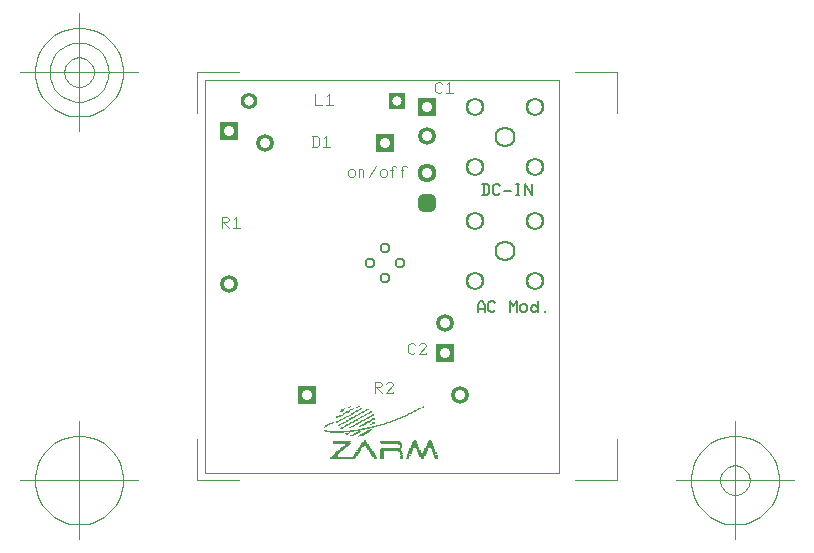
<source format=gbr>
G04 Generated by Ultiboard 10.0 *
%FSLAX25Y25*%
%MOIN*%

%ADD44C,0.00367*%
%ADD23C,0.00004*%
%ADD45C,0.00612*%
%ADD22C,0.00394*%
%ADD46C,0.06224X0.04724*%
%ADD47C,0.07012X0.05512*%
%ADD36C,0.05906X0.03543*%
%ADD37R,0.05906X0.05906X0.03543*%
%ADD35R,0.05512X0.05512X0.03150*%
%ADD34C,0.05512X0.03150*%
%ADD38R,0.02083X0.02083X0.03917*%
%ADD18C,0.03917*%
%ADD29C,0.06334X0.03500*%
%ADD48C,0.03762X0.02362*%


G04 ColorRGB 00FF00 for the following layer *
%LNCopper Top*%
%LPD*%
%FSLAX25Y25*%
%MOIN*%
G54D44*
X36864Y126362D02*
X36864Y122425D01*
X36864Y122425D02*
X39216Y122425D01*
X40784Y125575D02*
X41568Y126362D01*
X41568Y126362D02*
X41568Y122425D01*
X40392Y122425D02*
X42744Y122425D01*
X79216Y127213D02*
X78432Y126425D01*
X78432Y126425D02*
X77648Y126425D01*
X77648Y126425D02*
X76864Y127213D01*
X76864Y127213D02*
X76864Y129575D01*
X76864Y129575D02*
X77648Y130362D01*
X77648Y130362D02*
X78432Y130362D01*
X78432Y130362D02*
X79216Y129575D01*
X80784Y129575D02*
X81568Y130362D01*
X81568Y130362D02*
X81568Y126425D01*
X80392Y126425D02*
X82744Y126425D01*
X56864Y26425D02*
X56864Y30362D01*
X56864Y30362D02*
X58432Y30362D01*
X58432Y30362D02*
X59216Y29575D01*
X59216Y29575D02*
X59216Y29181D01*
X59216Y29181D02*
X58432Y28394D01*
X58432Y28394D02*
X56864Y28394D01*
X57256Y28394D02*
X59216Y26425D01*
X60392Y29575D02*
X61176Y30362D01*
X61176Y30362D02*
X61960Y30362D01*
X61960Y30362D02*
X62744Y29575D01*
X62744Y29575D02*
X62744Y29181D01*
X62744Y29181D02*
X60392Y26425D01*
X60392Y26425D02*
X62744Y26425D01*
X62744Y26425D02*
X62744Y26819D01*
X47809Y99213D02*
X48593Y98425D01*
X48593Y98425D02*
X49377Y98425D01*
X49377Y98425D02*
X50161Y99213D01*
X50161Y99213D02*
X50161Y100394D01*
X50161Y100394D02*
X49377Y101181D01*
X49377Y101181D02*
X48593Y101181D01*
X48593Y101181D02*
X47809Y100394D01*
X47809Y100394D02*
X47809Y99213D01*
X51337Y98425D02*
X51337Y100787D01*
X51337Y100787D02*
X51337Y101181D01*
X51337Y100787D02*
X51729Y101181D01*
X51729Y101181D02*
X52513Y101181D01*
X52513Y101181D02*
X52905Y100787D01*
X52905Y100787D02*
X52905Y98425D01*
X57216Y102362D02*
X54864Y98425D01*
X58392Y99213D02*
X59176Y98425D01*
X59176Y98425D02*
X59960Y98425D01*
X59960Y98425D02*
X60744Y99213D01*
X60744Y99213D02*
X60744Y100394D01*
X60744Y100394D02*
X59960Y101181D01*
X59960Y101181D02*
X59176Y101181D01*
X59176Y101181D02*
X58392Y100394D01*
X58392Y100394D02*
X58392Y99213D01*
X62311Y98425D02*
X62311Y101969D01*
X62311Y101969D02*
X62703Y102362D01*
X62703Y102362D02*
X63487Y102362D01*
X63487Y102362D02*
X63879Y101969D01*
X61920Y100787D02*
X62703Y100787D01*
X65839Y98425D02*
X65839Y101969D01*
X65839Y101969D02*
X66231Y102362D01*
X66231Y102362D02*
X67015Y102362D01*
X67015Y102362D02*
X67407Y101969D01*
X65447Y100787D02*
X66231Y100787D01*
X5864Y81425D02*
X5864Y85362D01*
X5864Y85362D02*
X7432Y85362D01*
X7432Y85362D02*
X8216Y84575D01*
X8216Y84575D02*
X8216Y84181D01*
X8216Y84181D02*
X7432Y83394D01*
X7432Y83394D02*
X5864Y83394D01*
X6256Y83394D02*
X8216Y81425D01*
X9784Y84575D02*
X10568Y85362D01*
X10568Y85362D02*
X10568Y81425D01*
X9392Y81425D02*
X11744Y81425D01*
X35864Y108425D02*
X37432Y108425D01*
X37432Y108425D02*
X38216Y109213D01*
X38216Y109213D02*
X38216Y111575D01*
X38216Y111575D02*
X37432Y112362D01*
X37432Y112362D02*
X35864Y112362D01*
X36256Y112362D02*
X36256Y108425D01*
X39784Y111575D02*
X40568Y112362D01*
X40568Y112362D02*
X40568Y108425D01*
X39392Y108425D02*
X41744Y108425D01*
X70216Y40213D02*
X69432Y39425D01*
X69432Y39425D02*
X68648Y39425D01*
X68648Y39425D02*
X67864Y40213D01*
X67864Y40213D02*
X67864Y42575D01*
X67864Y42575D02*
X68648Y43362D01*
X68648Y43362D02*
X69432Y43362D01*
X69432Y43362D02*
X70216Y42575D01*
X71392Y42575D02*
X72176Y43362D01*
X72176Y43362D02*
X72960Y43362D01*
X72960Y43362D02*
X73744Y42575D01*
X73744Y42575D02*
X73744Y42181D01*
X73744Y42181D02*
X71392Y39425D01*
X71392Y39425D02*
X73744Y39425D01*
X73744Y39425D02*
X73744Y39819D01*
G54D23*
G36*
X48485Y22034D02*
X48897Y22034D01*
X48897Y22356D01*
X48485Y22356D01*
X48485Y22034D01*
G37*
G36*
X50959Y22034D02*
X51371Y22034D01*
X51371Y22356D01*
X50959Y22356D01*
X50959Y22034D01*
G37*
G36*
X51371Y22034D02*
X51784Y22034D01*
X51784Y22356D01*
X51371Y22356D01*
X51371Y22034D01*
G37*
G36*
X72814Y22034D02*
X73227Y22034D01*
X73227Y22356D01*
X72814Y22356D01*
X72814Y22034D01*
G37*
G36*
X47660Y21712D02*
X48072Y21712D01*
X48072Y22034D01*
X47660Y22034D01*
X47660Y21712D01*
G37*
G36*
X48072Y21712D02*
X48485Y21712D01*
X48485Y22034D01*
X48072Y22034D01*
X48072Y21712D01*
G37*
G36*
X50546Y21712D02*
X50959Y21712D01*
X50959Y22034D01*
X50546Y22034D01*
X50546Y21712D01*
G37*
G36*
X72402Y21712D02*
X72814Y21712D01*
X72814Y22034D01*
X72402Y22034D01*
X72402Y21712D01*
G37*
G36*
X72814Y21712D02*
X73227Y21712D01*
X73227Y22034D01*
X72814Y22034D01*
X72814Y21712D01*
G37*
G36*
X46835Y21390D02*
X47247Y21390D01*
X47247Y21712D01*
X46835Y21712D01*
X46835Y21390D01*
G37*
G36*
X47247Y21390D02*
X47660Y21390D01*
X47660Y21712D01*
X47247Y21712D01*
X47247Y21390D01*
G37*
G36*
X49722Y21390D02*
X50134Y21390D01*
X50134Y21712D01*
X49722Y21712D01*
X49722Y21390D01*
G37*
G36*
X50134Y21390D02*
X50546Y21390D01*
X50546Y21712D01*
X50134Y21712D01*
X50134Y21390D01*
G37*
G36*
X52608Y21390D02*
X53021Y21390D01*
X53021Y21712D01*
X52608Y21712D01*
X52608Y21390D01*
G37*
G36*
X53021Y21390D02*
X53433Y21390D01*
X53433Y21712D01*
X53021Y21712D01*
X53021Y21390D01*
G37*
G36*
X71577Y21390D02*
X71990Y21390D01*
X71990Y21712D01*
X71577Y21712D01*
X71577Y21390D01*
G37*
G36*
X71990Y21390D02*
X72402Y21390D01*
X72402Y21712D01*
X71990Y21712D01*
X71990Y21390D01*
G37*
G36*
X72402Y21390D02*
X72814Y21390D01*
X72814Y21712D01*
X72402Y21712D01*
X72402Y21390D01*
G37*
G36*
X46423Y21068D02*
X46835Y21068D01*
X46835Y21390D01*
X46423Y21390D01*
X46423Y21068D01*
G37*
G36*
X49309Y21068D02*
X49722Y21068D01*
X49722Y21390D01*
X49309Y21390D01*
X49309Y21068D01*
G37*
G36*
X51784Y21068D02*
X52196Y21068D01*
X52196Y21390D01*
X51784Y21390D01*
X51784Y21068D01*
G37*
G36*
X52196Y21068D02*
X52608Y21068D01*
X52608Y21390D01*
X52196Y21390D01*
X52196Y21068D01*
G37*
G36*
X71165Y21068D02*
X71577Y21068D01*
X71577Y21390D01*
X71165Y21390D01*
X71165Y21068D01*
G37*
G36*
X71577Y21068D02*
X71990Y21068D01*
X71990Y21390D01*
X71577Y21390D01*
X71577Y21068D01*
G37*
G36*
X45598Y20746D02*
X46010Y20746D01*
X46010Y21068D01*
X45598Y21068D01*
X45598Y20746D01*
G37*
G36*
X46010Y20746D02*
X46423Y20746D01*
X46423Y21068D01*
X46010Y21068D01*
X46010Y20746D01*
G37*
G36*
X48485Y20746D02*
X48897Y20746D01*
X48897Y21068D01*
X48485Y21068D01*
X48485Y20746D01*
G37*
G36*
X48897Y20746D02*
X49309Y20746D01*
X49309Y21068D01*
X48897Y21068D01*
X48897Y20746D01*
G37*
G36*
X51371Y20746D02*
X51784Y20746D01*
X51784Y21068D01*
X51371Y21068D01*
X51371Y20746D01*
G37*
G36*
X51784Y20746D02*
X52196Y20746D01*
X52196Y21068D01*
X51784Y21068D01*
X51784Y20746D01*
G37*
G36*
X53845Y20746D02*
X54258Y20746D01*
X54258Y21068D01*
X53845Y21068D01*
X53845Y20746D01*
G37*
G36*
X54258Y20746D02*
X54670Y20746D01*
X54670Y21068D01*
X54258Y21068D01*
X54258Y20746D01*
G37*
G36*
X70753Y20746D02*
X71165Y20746D01*
X71165Y21068D01*
X70753Y21068D01*
X70753Y20746D01*
G37*
G36*
X71165Y20746D02*
X71577Y20746D01*
X71577Y21068D01*
X71165Y21068D01*
X71165Y20746D01*
G37*
G36*
X45598Y20424D02*
X46010Y20424D01*
X46010Y20746D01*
X45598Y20746D01*
X45598Y20424D01*
G37*
G36*
X46010Y20424D02*
X46423Y20424D01*
X46423Y20746D01*
X46010Y20746D01*
X46010Y20424D01*
G37*
G36*
X48072Y20424D02*
X48485Y20424D01*
X48485Y20746D01*
X48072Y20746D01*
X48072Y20424D01*
G37*
G36*
X50546Y20424D02*
X50959Y20424D01*
X50959Y20746D01*
X50546Y20746D01*
X50546Y20424D01*
G37*
G36*
X50959Y20424D02*
X51371Y20424D01*
X51371Y20746D01*
X50959Y20746D01*
X50959Y20424D01*
G37*
G36*
X53433Y20424D02*
X53845Y20424D01*
X53845Y20746D01*
X53433Y20746D01*
X53433Y20424D01*
G37*
G36*
X53845Y20424D02*
X54258Y20424D01*
X54258Y20746D01*
X53845Y20746D01*
X53845Y20424D01*
G37*
G36*
X69928Y20424D02*
X70340Y20424D01*
X70340Y20746D01*
X69928Y20746D01*
X69928Y20424D01*
G37*
G36*
X70340Y20424D02*
X70753Y20424D01*
X70753Y20746D01*
X70340Y20746D01*
X70340Y20424D01*
G37*
G36*
X45186Y20102D02*
X45598Y20102D01*
X45598Y20424D01*
X45186Y20424D01*
X45186Y20102D01*
G37*
G36*
X45598Y20102D02*
X46010Y20102D01*
X46010Y20424D01*
X45598Y20424D01*
X45598Y20102D01*
G37*
G36*
X47247Y20102D02*
X47660Y20102D01*
X47660Y20424D01*
X47247Y20424D01*
X47247Y20102D01*
G37*
G36*
X47660Y20102D02*
X48072Y20102D01*
X48072Y20424D01*
X47660Y20424D01*
X47660Y20102D01*
G37*
G36*
X48072Y20102D02*
X48485Y20102D01*
X48485Y20424D01*
X48072Y20424D01*
X48072Y20102D01*
G37*
G36*
X50134Y20102D02*
X50546Y20102D01*
X50546Y20424D01*
X50134Y20424D01*
X50134Y20102D01*
G37*
G36*
X50546Y20102D02*
X50959Y20102D01*
X50959Y20424D01*
X50546Y20424D01*
X50546Y20102D01*
G37*
G36*
X52608Y20102D02*
X53021Y20102D01*
X53021Y20424D01*
X52608Y20424D01*
X52608Y20102D01*
G37*
G36*
X53021Y20102D02*
X53433Y20102D01*
X53433Y20424D01*
X53021Y20424D01*
X53021Y20102D01*
G37*
G36*
X55082Y20102D02*
X55495Y20102D01*
X55495Y20424D01*
X55082Y20424D01*
X55082Y20102D01*
G37*
G36*
X55495Y20102D02*
X55907Y20102D01*
X55907Y20424D01*
X55495Y20424D01*
X55495Y20102D01*
G37*
G36*
X69515Y20102D02*
X69928Y20102D01*
X69928Y20424D01*
X69515Y20424D01*
X69515Y20102D01*
G37*
G36*
X69928Y20102D02*
X70340Y20102D01*
X70340Y20424D01*
X69928Y20424D01*
X69928Y20102D01*
G37*
G36*
X46835Y19780D02*
X47247Y19780D01*
X47247Y20102D01*
X46835Y20102D01*
X46835Y19780D01*
G37*
G36*
X47247Y19780D02*
X47660Y19780D01*
X47660Y20102D01*
X47247Y20102D01*
X47247Y19780D01*
G37*
G36*
X47660Y19780D02*
X48072Y19780D01*
X48072Y20102D01*
X47660Y20102D01*
X47660Y19780D01*
G37*
G36*
X49309Y19780D02*
X49722Y19780D01*
X49722Y20102D01*
X49309Y20102D01*
X49309Y19780D01*
G37*
G36*
X49722Y19780D02*
X50134Y19780D01*
X50134Y20102D01*
X49722Y20102D01*
X49722Y19780D01*
G37*
G36*
X52196Y19780D02*
X52608Y19780D01*
X52608Y20102D01*
X52196Y20102D01*
X52196Y19780D01*
G37*
G36*
X52608Y19780D02*
X53021Y19780D01*
X53021Y20102D01*
X52608Y20102D01*
X52608Y19780D01*
G37*
G36*
X54670Y19780D02*
X55082Y19780D01*
X55082Y20102D01*
X54670Y20102D01*
X54670Y19780D01*
G37*
G36*
X55082Y19780D02*
X55495Y19780D01*
X55495Y20102D01*
X55082Y20102D01*
X55082Y19780D01*
G37*
G36*
X55495Y19780D02*
X55907Y19780D01*
X55907Y20102D01*
X55495Y20102D01*
X55495Y19780D01*
G37*
G36*
X68691Y19780D02*
X69103Y19780D01*
X69103Y20102D01*
X68691Y20102D01*
X68691Y19780D01*
G37*
G36*
X69103Y19780D02*
X69515Y19780D01*
X69515Y20102D01*
X69103Y20102D01*
X69103Y19780D01*
G37*
G36*
X46010Y19458D02*
X46423Y19458D01*
X46423Y19780D01*
X46010Y19780D01*
X46010Y19458D01*
G37*
G36*
X46423Y19458D02*
X46835Y19458D01*
X46835Y19780D01*
X46423Y19780D01*
X46423Y19458D01*
G37*
G36*
X48897Y19458D02*
X49309Y19458D01*
X49309Y19780D01*
X48897Y19780D01*
X48897Y19458D01*
G37*
G36*
X49309Y19458D02*
X49722Y19458D01*
X49722Y19780D01*
X49309Y19780D01*
X49309Y19458D01*
G37*
G36*
X51371Y19458D02*
X51784Y19458D01*
X51784Y19780D01*
X51371Y19780D01*
X51371Y19458D01*
G37*
G36*
X51784Y19458D02*
X52196Y19458D01*
X52196Y19780D01*
X51784Y19780D01*
X51784Y19458D01*
G37*
G36*
X54258Y19458D02*
X54670Y19458D01*
X54670Y19780D01*
X54258Y19780D01*
X54258Y19458D01*
G37*
G36*
X54670Y19458D02*
X55082Y19458D01*
X55082Y19780D01*
X54670Y19780D01*
X54670Y19458D01*
G37*
G36*
X67866Y19458D02*
X68278Y19458D01*
X68278Y19780D01*
X67866Y19780D01*
X67866Y19458D01*
G37*
G36*
X68278Y19458D02*
X68691Y19458D01*
X68691Y19780D01*
X68278Y19780D01*
X68278Y19458D01*
G37*
G36*
X68691Y19458D02*
X69103Y19458D01*
X69103Y19780D01*
X68691Y19780D01*
X68691Y19458D01*
G37*
G36*
X46010Y19136D02*
X46423Y19136D01*
X46423Y19458D01*
X46010Y19458D01*
X46010Y19136D01*
G37*
G36*
X48897Y19136D02*
X49309Y19136D01*
X49309Y19458D01*
X48897Y19458D01*
X48897Y19136D01*
G37*
G36*
X50959Y19136D02*
X51371Y19136D01*
X51371Y19458D01*
X50959Y19458D01*
X50959Y19136D01*
G37*
G36*
X51371Y19136D02*
X51784Y19136D01*
X51784Y19458D01*
X51371Y19458D01*
X51371Y19136D01*
G37*
G36*
X53433Y19136D02*
X53845Y19136D01*
X53845Y19458D01*
X53433Y19458D01*
X53433Y19136D01*
G37*
G36*
X53845Y19136D02*
X54258Y19136D01*
X54258Y19458D01*
X53845Y19458D01*
X53845Y19136D01*
G37*
G36*
X55907Y19136D02*
X56320Y19136D01*
X56320Y19458D01*
X55907Y19458D01*
X55907Y19136D01*
G37*
G36*
X67454Y19136D02*
X67866Y19136D01*
X67866Y19458D01*
X67454Y19458D01*
X67454Y19136D01*
G37*
G36*
X67866Y19136D02*
X68278Y19136D01*
X68278Y19458D01*
X67866Y19458D01*
X67866Y19136D01*
G37*
G36*
X44773Y18814D02*
X45186Y18814D01*
X45186Y19136D01*
X44773Y19136D01*
X44773Y18814D01*
G37*
G36*
X45186Y18814D02*
X45598Y18814D01*
X45598Y19136D01*
X45186Y19136D01*
X45186Y18814D01*
G37*
G36*
X45598Y18814D02*
X46010Y18814D01*
X46010Y19136D01*
X45598Y19136D01*
X45598Y18814D01*
G37*
G36*
X48072Y18814D02*
X48485Y18814D01*
X48485Y19136D01*
X48072Y19136D01*
X48072Y18814D01*
G37*
G36*
X48485Y18814D02*
X48897Y18814D01*
X48897Y19136D01*
X48485Y19136D01*
X48485Y18814D01*
G37*
G36*
X50134Y18814D02*
X50546Y18814D01*
X50546Y19136D01*
X50134Y19136D01*
X50134Y18814D01*
G37*
G36*
X50546Y18814D02*
X50959Y18814D01*
X50959Y19136D01*
X50546Y19136D01*
X50546Y18814D01*
G37*
G36*
X53021Y18814D02*
X53433Y18814D01*
X53433Y19136D01*
X53021Y19136D01*
X53021Y18814D01*
G37*
G36*
X53433Y18814D02*
X53845Y18814D01*
X53845Y19136D01*
X53433Y19136D01*
X53433Y18814D01*
G37*
G36*
X55495Y18814D02*
X55907Y18814D01*
X55907Y19136D01*
X55495Y19136D01*
X55495Y18814D01*
G37*
G36*
X55907Y18814D02*
X56320Y18814D01*
X56320Y19136D01*
X55907Y19136D01*
X55907Y18814D01*
G37*
G36*
X66629Y18814D02*
X67041Y18814D01*
X67041Y19136D01*
X66629Y19136D01*
X66629Y18814D01*
G37*
G36*
X67041Y18814D02*
X67454Y18814D01*
X67454Y19136D01*
X67041Y19136D01*
X67041Y18814D01*
G37*
G36*
X67454Y18814D02*
X67866Y18814D01*
X67866Y19136D01*
X67454Y19136D01*
X67454Y18814D01*
G37*
G36*
X43948Y18492D02*
X44361Y18492D01*
X44361Y18814D01*
X43948Y18814D01*
X43948Y18492D01*
G37*
G36*
X44361Y18492D02*
X44773Y18492D01*
X44773Y18814D01*
X44361Y18814D01*
X44361Y18492D01*
G37*
G36*
X44773Y18492D02*
X45186Y18492D01*
X45186Y18814D01*
X44773Y18814D01*
X44773Y18492D01*
G37*
G36*
X45186Y18492D02*
X45598Y18492D01*
X45598Y18814D01*
X45186Y18814D01*
X45186Y18492D01*
G37*
G36*
X47247Y18492D02*
X47660Y18492D01*
X47660Y18814D01*
X47247Y18814D01*
X47247Y18492D01*
G37*
G36*
X47660Y18492D02*
X48072Y18492D01*
X48072Y18814D01*
X47660Y18814D01*
X47660Y18492D01*
G37*
G36*
X49722Y18492D02*
X50134Y18492D01*
X50134Y18814D01*
X49722Y18814D01*
X49722Y18492D01*
G37*
G36*
X50134Y18492D02*
X50546Y18492D01*
X50546Y18814D01*
X50134Y18814D01*
X50134Y18492D01*
G37*
G36*
X52196Y18492D02*
X52608Y18492D01*
X52608Y18814D01*
X52196Y18814D01*
X52196Y18492D01*
G37*
G36*
X52608Y18492D02*
X53021Y18492D01*
X53021Y18814D01*
X52608Y18814D01*
X52608Y18492D01*
G37*
G36*
X54670Y18492D02*
X55082Y18492D01*
X55082Y18814D01*
X54670Y18814D01*
X54670Y18492D01*
G37*
G36*
X55082Y18492D02*
X55495Y18492D01*
X55495Y18814D01*
X55082Y18814D01*
X55082Y18492D01*
G37*
G36*
X55495Y18492D02*
X55907Y18492D01*
X55907Y18814D01*
X55495Y18814D01*
X55495Y18492D01*
G37*
G36*
X65804Y18492D02*
X66216Y18492D01*
X66216Y18814D01*
X65804Y18814D01*
X65804Y18492D01*
G37*
G36*
X66216Y18492D02*
X66629Y18492D01*
X66629Y18814D01*
X66216Y18814D01*
X66216Y18492D01*
G37*
G36*
X66629Y18492D02*
X67041Y18492D01*
X67041Y18814D01*
X66629Y18814D01*
X66629Y18492D01*
G37*
G36*
X43948Y18169D02*
X44361Y18169D01*
X44361Y18492D01*
X43948Y18492D01*
X43948Y18169D01*
G37*
G36*
X46423Y18169D02*
X46835Y18169D01*
X46835Y18492D01*
X46423Y18492D01*
X46423Y18169D01*
G37*
G36*
X46835Y18169D02*
X47247Y18169D01*
X47247Y18492D01*
X46835Y18492D01*
X46835Y18169D01*
G37*
G36*
X48897Y18169D02*
X49309Y18169D01*
X49309Y18492D01*
X48897Y18492D01*
X48897Y18169D01*
G37*
G36*
X49309Y18169D02*
X49722Y18169D01*
X49722Y18492D01*
X49309Y18492D01*
X49309Y18169D01*
G37*
G36*
X49722Y18169D02*
X50134Y18169D01*
X50134Y18492D01*
X49722Y18492D01*
X49722Y18169D01*
G37*
G36*
X51784Y18169D02*
X52196Y18169D01*
X52196Y18492D01*
X51784Y18492D01*
X51784Y18169D01*
G37*
G36*
X52196Y18169D02*
X52608Y18169D01*
X52608Y18492D01*
X52196Y18492D01*
X52196Y18169D01*
G37*
G36*
X54258Y18169D02*
X54670Y18169D01*
X54670Y18492D01*
X54258Y18492D01*
X54258Y18169D01*
G37*
G36*
X54670Y18169D02*
X55082Y18169D01*
X55082Y18492D01*
X54670Y18492D01*
X54670Y18169D01*
G37*
G36*
X64979Y18169D02*
X65392Y18169D01*
X65392Y18492D01*
X64979Y18492D01*
X64979Y18169D01*
G37*
G36*
X65392Y18169D02*
X65804Y18169D01*
X65804Y18492D01*
X65392Y18492D01*
X65392Y18169D01*
G37*
G36*
X65804Y18169D02*
X66216Y18169D01*
X66216Y18492D01*
X65804Y18492D01*
X65804Y18169D01*
G37*
G36*
X46010Y17847D02*
X46423Y17847D01*
X46423Y18169D01*
X46010Y18169D01*
X46010Y17847D01*
G37*
G36*
X46423Y17847D02*
X46835Y17847D01*
X46835Y18169D01*
X46423Y18169D01*
X46423Y17847D01*
G37*
G36*
X48072Y17847D02*
X48485Y17847D01*
X48485Y18169D01*
X48072Y18169D01*
X48072Y17847D01*
G37*
G36*
X48485Y17847D02*
X48897Y17847D01*
X48897Y18169D01*
X48485Y18169D01*
X48485Y17847D01*
G37*
G36*
X48897Y17847D02*
X49309Y17847D01*
X49309Y18169D01*
X48897Y18169D01*
X48897Y17847D01*
G37*
G36*
X50959Y17847D02*
X51371Y17847D01*
X51371Y18169D01*
X50959Y18169D01*
X50959Y17847D01*
G37*
G36*
X51371Y17847D02*
X51784Y17847D01*
X51784Y18169D01*
X51371Y18169D01*
X51371Y17847D01*
G37*
G36*
X53845Y17847D02*
X54258Y17847D01*
X54258Y18169D01*
X53845Y18169D01*
X53845Y17847D01*
G37*
G36*
X54258Y17847D02*
X54670Y17847D01*
X54670Y18169D01*
X54258Y18169D01*
X54258Y17847D01*
G37*
G36*
X55907Y17847D02*
X56320Y17847D01*
X56320Y18169D01*
X55907Y18169D01*
X55907Y17847D01*
G37*
G36*
X56320Y17847D02*
X56732Y17847D01*
X56732Y18169D01*
X56320Y18169D01*
X56320Y17847D01*
G37*
G36*
X64155Y17847D02*
X64567Y17847D01*
X64567Y18169D01*
X64155Y18169D01*
X64155Y17847D01*
G37*
G36*
X64567Y17847D02*
X64979Y17847D01*
X64979Y18169D01*
X64567Y18169D01*
X64567Y17847D01*
G37*
G36*
X64979Y17847D02*
X65392Y17847D01*
X65392Y18169D01*
X64979Y18169D01*
X64979Y17847D01*
G37*
G36*
X45186Y17525D02*
X45598Y17525D01*
X45598Y17847D01*
X45186Y17847D01*
X45186Y17525D01*
G37*
G36*
X45598Y17525D02*
X46010Y17525D01*
X46010Y17847D01*
X45598Y17847D01*
X45598Y17525D01*
G37*
G36*
X48072Y17525D02*
X48485Y17525D01*
X48485Y17847D01*
X48072Y17847D01*
X48072Y17525D01*
G37*
G36*
X48485Y17525D02*
X48897Y17525D01*
X48897Y17847D01*
X48485Y17847D01*
X48485Y17525D01*
G37*
G36*
X50546Y17525D02*
X50959Y17525D01*
X50959Y17847D01*
X50546Y17847D01*
X50546Y17525D01*
G37*
G36*
X53021Y17525D02*
X53433Y17525D01*
X53433Y17847D01*
X53021Y17847D01*
X53021Y17525D01*
G37*
G36*
X53433Y17525D02*
X53845Y17525D01*
X53845Y17847D01*
X53433Y17847D01*
X53433Y17525D01*
G37*
G36*
X55495Y17525D02*
X55907Y17525D01*
X55907Y17847D01*
X55495Y17847D01*
X55495Y17525D01*
G37*
G36*
X55907Y17525D02*
X56320Y17525D01*
X56320Y17847D01*
X55907Y17847D01*
X55907Y17525D01*
G37*
G36*
X56320Y17525D02*
X56732Y17525D01*
X56732Y17847D01*
X56320Y17847D01*
X56320Y17525D01*
G37*
G36*
X63330Y17525D02*
X63742Y17525D01*
X63742Y17847D01*
X63330Y17847D01*
X63330Y17525D01*
G37*
G36*
X63742Y17525D02*
X64155Y17525D01*
X64155Y17847D01*
X63742Y17847D01*
X63742Y17525D01*
G37*
G36*
X64155Y17525D02*
X64567Y17525D01*
X64567Y17847D01*
X64155Y17847D01*
X64155Y17525D01*
G37*
G36*
X44773Y17203D02*
X45186Y17203D01*
X45186Y17525D01*
X44773Y17525D01*
X44773Y17203D01*
G37*
G36*
X45186Y17203D02*
X45598Y17203D01*
X45598Y17525D01*
X45186Y17525D01*
X45186Y17203D01*
G37*
G36*
X47247Y17203D02*
X47660Y17203D01*
X47660Y17525D01*
X47247Y17525D01*
X47247Y17203D01*
G37*
G36*
X47660Y17203D02*
X48072Y17203D01*
X48072Y17525D01*
X47660Y17525D01*
X47660Y17203D01*
G37*
G36*
X49722Y17203D02*
X50134Y17203D01*
X50134Y17525D01*
X49722Y17525D01*
X49722Y17203D01*
G37*
G36*
X50134Y17203D02*
X50546Y17203D01*
X50546Y17525D01*
X50134Y17525D01*
X50134Y17203D01*
G37*
G36*
X50546Y17203D02*
X50959Y17203D01*
X50959Y17525D01*
X50546Y17525D01*
X50546Y17203D01*
G37*
G36*
X52196Y17203D02*
X52608Y17203D01*
X52608Y17525D01*
X52196Y17525D01*
X52196Y17203D01*
G37*
G36*
X52608Y17203D02*
X53021Y17203D01*
X53021Y17525D01*
X52608Y17525D01*
X52608Y17203D01*
G37*
G36*
X53021Y17203D02*
X53433Y17203D01*
X53433Y17525D01*
X53021Y17525D01*
X53021Y17203D01*
G37*
G36*
X55082Y17203D02*
X55495Y17203D01*
X55495Y17525D01*
X55082Y17525D01*
X55082Y17203D01*
G37*
G36*
X55495Y17203D02*
X55907Y17203D01*
X55907Y17525D01*
X55495Y17525D01*
X55495Y17203D01*
G37*
G36*
X62505Y17203D02*
X62918Y17203D01*
X62918Y17525D01*
X62505Y17525D01*
X62505Y17203D01*
G37*
G36*
X62918Y17203D02*
X63330Y17203D01*
X63330Y17525D01*
X62918Y17525D01*
X62918Y17203D01*
G37*
G36*
X63330Y17203D02*
X63742Y17203D01*
X63742Y17525D01*
X63330Y17525D01*
X63330Y17203D01*
G37*
G36*
X43948Y16881D02*
X44361Y16881D01*
X44361Y17203D01*
X43948Y17203D01*
X43948Y16881D01*
G37*
G36*
X44361Y16881D02*
X44773Y16881D01*
X44773Y17203D01*
X44361Y17203D01*
X44361Y16881D01*
G37*
G36*
X47247Y16881D02*
X47660Y16881D01*
X47660Y17203D01*
X47247Y17203D01*
X47247Y16881D01*
G37*
G36*
X49309Y16881D02*
X49722Y16881D01*
X49722Y17203D01*
X49309Y17203D01*
X49309Y16881D01*
G37*
G36*
X49722Y16881D02*
X50134Y16881D01*
X50134Y17203D01*
X49722Y17203D01*
X49722Y16881D01*
G37*
G36*
X51784Y16881D02*
X52196Y16881D01*
X52196Y17203D01*
X51784Y17203D01*
X51784Y16881D01*
G37*
G36*
X52196Y16881D02*
X52608Y16881D01*
X52608Y17203D01*
X52196Y17203D01*
X52196Y16881D01*
G37*
G36*
X54258Y16881D02*
X54670Y16881D01*
X54670Y17203D01*
X54258Y17203D01*
X54258Y16881D01*
G37*
G36*
X54670Y16881D02*
X55082Y16881D01*
X55082Y17203D01*
X54670Y17203D01*
X54670Y16881D01*
G37*
G36*
X55082Y16881D02*
X55495Y16881D01*
X55495Y17203D01*
X55082Y17203D01*
X55082Y16881D01*
G37*
G36*
X61680Y16881D02*
X62093Y16881D01*
X62093Y17203D01*
X61680Y17203D01*
X61680Y16881D01*
G37*
G36*
X62093Y16881D02*
X62505Y16881D01*
X62505Y17203D01*
X62093Y17203D01*
X62093Y16881D01*
G37*
G36*
X62505Y16881D02*
X62918Y16881D01*
X62918Y17203D01*
X62505Y17203D01*
X62505Y16881D01*
G37*
G36*
X42299Y16559D02*
X42711Y16559D01*
X42711Y16881D01*
X42299Y16881D01*
X42299Y16559D01*
G37*
G36*
X42711Y16559D02*
X43124Y16559D01*
X43124Y16881D01*
X42711Y16881D01*
X42711Y16559D01*
G37*
G36*
X43948Y16559D02*
X44361Y16559D01*
X44361Y16881D01*
X43948Y16881D01*
X43948Y16559D01*
G37*
G36*
X46010Y16559D02*
X46423Y16559D01*
X46423Y16881D01*
X46010Y16881D01*
X46010Y16559D01*
G37*
G36*
X46423Y16559D02*
X46835Y16559D01*
X46835Y16881D01*
X46423Y16881D01*
X46423Y16559D01*
G37*
G36*
X46835Y16559D02*
X47247Y16559D01*
X47247Y16881D01*
X46835Y16881D01*
X46835Y16559D01*
G37*
G36*
X48485Y16559D02*
X48897Y16559D01*
X48897Y16881D01*
X48485Y16881D01*
X48485Y16559D01*
G37*
G36*
X48897Y16559D02*
X49309Y16559D01*
X49309Y16881D01*
X48897Y16881D01*
X48897Y16559D01*
G37*
G36*
X49309Y16559D02*
X49722Y16559D01*
X49722Y16881D01*
X49309Y16881D01*
X49309Y16559D01*
G37*
G36*
X50959Y16559D02*
X51371Y16559D01*
X51371Y16881D01*
X50959Y16881D01*
X50959Y16559D01*
G37*
G36*
X51371Y16559D02*
X51784Y16559D01*
X51784Y16881D01*
X51371Y16881D01*
X51371Y16559D01*
G37*
G36*
X51784Y16559D02*
X52196Y16559D01*
X52196Y16881D01*
X51784Y16881D01*
X51784Y16559D01*
G37*
G36*
X53433Y16559D02*
X53845Y16559D01*
X53845Y16881D01*
X53433Y16881D01*
X53433Y16559D01*
G37*
G36*
X53845Y16559D02*
X54258Y16559D01*
X54258Y16881D01*
X53845Y16881D01*
X53845Y16559D01*
G37*
G36*
X54258Y16559D02*
X54670Y16559D01*
X54670Y16881D01*
X54258Y16881D01*
X54258Y16559D01*
G37*
G36*
X54670Y16559D02*
X55082Y16559D01*
X55082Y16881D01*
X54670Y16881D01*
X54670Y16559D01*
G37*
G36*
X55907Y16559D02*
X56320Y16559D01*
X56320Y16881D01*
X55907Y16881D01*
X55907Y16559D01*
G37*
G36*
X56320Y16559D02*
X56732Y16559D01*
X56732Y16881D01*
X56320Y16881D01*
X56320Y16559D01*
G37*
G36*
X60443Y16559D02*
X60856Y16559D01*
X60856Y16881D01*
X60443Y16881D01*
X60443Y16559D01*
G37*
G36*
X60856Y16559D02*
X61268Y16559D01*
X61268Y16881D01*
X60856Y16881D01*
X60856Y16559D01*
G37*
G36*
X61268Y16559D02*
X61680Y16559D01*
X61680Y16881D01*
X61268Y16881D01*
X61268Y16559D01*
G37*
G36*
X61680Y16559D02*
X62093Y16559D01*
X62093Y16881D01*
X61680Y16881D01*
X61680Y16559D01*
G37*
G36*
X41474Y16237D02*
X41887Y16237D01*
X41887Y16559D01*
X41474Y16559D01*
X41474Y16237D01*
G37*
G36*
X41887Y16237D02*
X42299Y16237D01*
X42299Y16559D01*
X41887Y16559D01*
X41887Y16237D01*
G37*
G36*
X42299Y16237D02*
X42711Y16237D01*
X42711Y16559D01*
X42299Y16559D01*
X42299Y16237D01*
G37*
G36*
X45598Y16237D02*
X46010Y16237D01*
X46010Y16559D01*
X45598Y16559D01*
X45598Y16237D01*
G37*
G36*
X46010Y16237D02*
X46423Y16237D01*
X46423Y16559D01*
X46010Y16559D01*
X46010Y16237D01*
G37*
G36*
X48072Y16237D02*
X48485Y16237D01*
X48485Y16559D01*
X48072Y16559D01*
X48072Y16237D01*
G37*
G36*
X48485Y16237D02*
X48897Y16237D01*
X48897Y16559D01*
X48485Y16559D01*
X48485Y16237D01*
G37*
G36*
X50546Y16237D02*
X50959Y16237D01*
X50959Y16559D01*
X50546Y16559D01*
X50546Y16237D01*
G37*
G36*
X50959Y16237D02*
X51371Y16237D01*
X51371Y16559D01*
X50959Y16559D01*
X50959Y16237D01*
G37*
G36*
X53021Y16237D02*
X53433Y16237D01*
X53433Y16559D01*
X53021Y16559D01*
X53021Y16237D01*
G37*
G36*
X53433Y16237D02*
X53845Y16237D01*
X53845Y16559D01*
X53433Y16559D01*
X53433Y16237D01*
G37*
G36*
X53845Y16237D02*
X54258Y16237D01*
X54258Y16559D01*
X53845Y16559D01*
X53845Y16237D01*
G37*
G36*
X55907Y16237D02*
X56320Y16237D01*
X56320Y16559D01*
X55907Y16559D01*
X55907Y16237D01*
G37*
G36*
X56320Y16237D02*
X56732Y16237D01*
X56732Y16559D01*
X56320Y16559D01*
X56320Y16237D01*
G37*
G36*
X59619Y16237D02*
X60031Y16237D01*
X60031Y16559D01*
X59619Y16559D01*
X59619Y16237D01*
G37*
G36*
X60031Y16237D02*
X60443Y16237D01*
X60443Y16559D01*
X60031Y16559D01*
X60031Y16237D01*
G37*
G36*
X60443Y16237D02*
X60856Y16237D01*
X60856Y16559D01*
X60443Y16559D01*
X60443Y16237D01*
G37*
G36*
X40649Y15915D02*
X41062Y15915D01*
X41062Y16237D01*
X40649Y16237D01*
X40649Y15915D01*
G37*
G36*
X41062Y15915D02*
X41474Y15915D01*
X41474Y16237D01*
X41062Y16237D01*
X41062Y15915D01*
G37*
G36*
X41474Y15915D02*
X41887Y15915D01*
X41887Y16237D01*
X41474Y16237D01*
X41474Y15915D01*
G37*
G36*
X44773Y15915D02*
X45186Y15915D01*
X45186Y16237D01*
X44773Y16237D01*
X44773Y15915D01*
G37*
G36*
X45186Y15915D02*
X45598Y15915D01*
X45598Y16237D01*
X45186Y16237D01*
X45186Y15915D01*
G37*
G36*
X47247Y15915D02*
X47660Y15915D01*
X47660Y16237D01*
X47247Y16237D01*
X47247Y15915D01*
G37*
G36*
X47660Y15915D02*
X48072Y15915D01*
X48072Y16237D01*
X47660Y16237D01*
X47660Y15915D01*
G37*
G36*
X48072Y15915D02*
X48485Y15915D01*
X48485Y16237D01*
X48072Y16237D01*
X48072Y15915D01*
G37*
G36*
X50134Y15915D02*
X50546Y15915D01*
X50546Y16237D01*
X50134Y16237D01*
X50134Y15915D01*
G37*
G36*
X50546Y15915D02*
X50959Y15915D01*
X50959Y16237D01*
X50546Y16237D01*
X50546Y15915D01*
G37*
G36*
X52608Y15915D02*
X53021Y15915D01*
X53021Y16237D01*
X52608Y16237D01*
X52608Y15915D01*
G37*
G36*
X53021Y15915D02*
X53433Y15915D01*
X53433Y16237D01*
X53021Y16237D01*
X53021Y15915D01*
G37*
G36*
X53433Y15915D02*
X53845Y15915D01*
X53845Y16237D01*
X53433Y16237D01*
X53433Y15915D01*
G37*
G36*
X55082Y15915D02*
X55495Y15915D01*
X55495Y16237D01*
X55082Y16237D01*
X55082Y15915D01*
G37*
G36*
X55495Y15915D02*
X55907Y15915D01*
X55907Y16237D01*
X55495Y16237D01*
X55495Y15915D01*
G37*
G36*
X58381Y15915D02*
X58794Y15915D01*
X58794Y16237D01*
X58381Y16237D01*
X58381Y15915D01*
G37*
G36*
X58794Y15915D02*
X59206Y15915D01*
X59206Y16237D01*
X58794Y16237D01*
X58794Y15915D01*
G37*
G36*
X59206Y15915D02*
X59619Y15915D01*
X59619Y16237D01*
X59206Y16237D01*
X59206Y15915D01*
G37*
G36*
X59619Y15915D02*
X60031Y15915D01*
X60031Y16237D01*
X59619Y16237D01*
X59619Y15915D01*
G37*
G36*
X40237Y15593D02*
X40649Y15593D01*
X40649Y15915D01*
X40237Y15915D01*
X40237Y15593D01*
G37*
G36*
X40649Y15593D02*
X41062Y15593D01*
X41062Y15915D01*
X40649Y15915D01*
X40649Y15593D01*
G37*
G36*
X44361Y15593D02*
X44773Y15593D01*
X44773Y15915D01*
X44361Y15915D01*
X44361Y15593D01*
G37*
G36*
X44773Y15593D02*
X45186Y15593D01*
X45186Y15915D01*
X44773Y15915D01*
X44773Y15593D01*
G37*
G36*
X46835Y15593D02*
X47247Y15593D01*
X47247Y15915D01*
X46835Y15915D01*
X46835Y15593D01*
G37*
G36*
X47247Y15593D02*
X47660Y15593D01*
X47660Y15915D01*
X47247Y15915D01*
X47247Y15593D01*
G37*
G36*
X49309Y15593D02*
X49722Y15593D01*
X49722Y15915D01*
X49309Y15915D01*
X49309Y15593D01*
G37*
G36*
X49722Y15593D02*
X50134Y15593D01*
X50134Y15915D01*
X49722Y15915D01*
X49722Y15593D01*
G37*
G36*
X51784Y15593D02*
X52196Y15593D01*
X52196Y15915D01*
X51784Y15915D01*
X51784Y15593D01*
G37*
G36*
X52196Y15593D02*
X52608Y15593D01*
X52608Y15915D01*
X52196Y15915D01*
X52196Y15593D01*
G37*
G36*
X52608Y15593D02*
X53021Y15593D01*
X53021Y15915D01*
X52608Y15915D01*
X52608Y15593D01*
G37*
G36*
X57144Y15593D02*
X57557Y15593D01*
X57557Y15915D01*
X57144Y15915D01*
X57144Y15593D01*
G37*
G36*
X57557Y15593D02*
X57969Y15593D01*
X57969Y15915D01*
X57557Y15915D01*
X57557Y15593D01*
G37*
G36*
X57969Y15593D02*
X58381Y15593D01*
X58381Y15915D01*
X57969Y15915D01*
X57969Y15593D01*
G37*
G36*
X58381Y15593D02*
X58794Y15593D01*
X58794Y15915D01*
X58381Y15915D01*
X58381Y15593D01*
G37*
G36*
X40237Y15271D02*
X40649Y15271D01*
X40649Y15593D01*
X40237Y15593D01*
X40237Y15271D01*
G37*
G36*
X46423Y15271D02*
X46835Y15271D01*
X46835Y15593D01*
X46423Y15593D01*
X46423Y15271D01*
G37*
G36*
X46835Y15271D02*
X47247Y15271D01*
X47247Y15593D01*
X46835Y15593D01*
X46835Y15271D01*
G37*
G36*
X48897Y15271D02*
X49309Y15271D01*
X49309Y15593D01*
X48897Y15593D01*
X48897Y15271D01*
G37*
G36*
X49309Y15271D02*
X49722Y15271D01*
X49722Y15593D01*
X49309Y15593D01*
X49309Y15271D01*
G37*
G36*
X51371Y15271D02*
X51784Y15271D01*
X51784Y15593D01*
X51371Y15593D01*
X51371Y15271D01*
G37*
G36*
X51784Y15271D02*
X52196Y15271D01*
X52196Y15593D01*
X51784Y15593D01*
X51784Y15271D01*
G37*
G36*
X55907Y15271D02*
X56320Y15271D01*
X56320Y15593D01*
X55907Y15593D01*
X55907Y15271D01*
G37*
G36*
X56320Y15271D02*
X56732Y15271D01*
X56732Y15593D01*
X56320Y15593D01*
X56320Y15271D01*
G37*
G36*
X56732Y15271D02*
X57144Y15271D01*
X57144Y15593D01*
X56732Y15593D01*
X56732Y15271D01*
G37*
G36*
X57144Y15271D02*
X57557Y15271D01*
X57557Y15593D01*
X57144Y15593D01*
X57144Y15271D01*
G37*
G36*
X39825Y14949D02*
X40237Y14949D01*
X40237Y15271D01*
X39825Y15271D01*
X39825Y14949D01*
G37*
G36*
X45598Y14949D02*
X46010Y14949D01*
X46010Y15271D01*
X45598Y15271D01*
X45598Y14949D01*
G37*
G36*
X46010Y14949D02*
X46423Y14949D01*
X46423Y15271D01*
X46010Y15271D01*
X46010Y14949D01*
G37*
G36*
X48072Y14949D02*
X48485Y14949D01*
X48485Y15271D01*
X48072Y15271D01*
X48072Y14949D01*
G37*
G36*
X48485Y14949D02*
X48897Y14949D01*
X48897Y15271D01*
X48485Y15271D01*
X48485Y14949D01*
G37*
G36*
X54258Y14949D02*
X54670Y14949D01*
X54670Y15271D01*
X54258Y15271D01*
X54258Y14949D01*
G37*
G36*
X54670Y14949D02*
X55082Y14949D01*
X55082Y15271D01*
X54670Y15271D01*
X54670Y14949D01*
G37*
G36*
X55082Y14949D02*
X55495Y14949D01*
X55495Y15271D01*
X55082Y15271D01*
X55082Y14949D01*
G37*
G36*
X55495Y14949D02*
X55907Y14949D01*
X55907Y15271D01*
X55495Y15271D01*
X55495Y14949D01*
G37*
G36*
X55907Y14949D02*
X56320Y14949D01*
X56320Y15271D01*
X55907Y15271D01*
X55907Y14949D01*
G37*
G36*
X45186Y14627D02*
X45598Y14627D01*
X45598Y14949D01*
X45186Y14949D01*
X45186Y14627D01*
G37*
G36*
X45598Y14627D02*
X46010Y14627D01*
X46010Y14949D01*
X45598Y14949D01*
X45598Y14627D01*
G37*
G36*
X52608Y14627D02*
X53021Y14627D01*
X53021Y14949D01*
X52608Y14949D01*
X52608Y14627D01*
G37*
G36*
X53021Y14627D02*
X53433Y14627D01*
X53433Y14949D01*
X53021Y14949D01*
X53021Y14627D01*
G37*
G36*
X53433Y14627D02*
X53845Y14627D01*
X53845Y14949D01*
X53433Y14949D01*
X53433Y14627D01*
G37*
G36*
X53845Y14627D02*
X54258Y14627D01*
X54258Y14949D01*
X53845Y14949D01*
X53845Y14627D01*
G37*
G36*
X54258Y14627D02*
X54670Y14627D01*
X54670Y14949D01*
X54258Y14949D01*
X54258Y14627D01*
G37*
G36*
X54670Y14627D02*
X55082Y14627D01*
X55082Y14949D01*
X54670Y14949D01*
X54670Y14627D01*
G37*
G36*
X50959Y14305D02*
X51371Y14305D01*
X51371Y14627D01*
X50959Y14627D01*
X50959Y14305D01*
G37*
G36*
X51371Y14305D02*
X51784Y14305D01*
X51784Y14627D01*
X51371Y14627D01*
X51371Y14305D01*
G37*
G36*
X51784Y14305D02*
X52196Y14305D01*
X52196Y14627D01*
X51784Y14627D01*
X51784Y14305D01*
G37*
G36*
X52196Y14305D02*
X52608Y14305D01*
X52608Y14627D01*
X52196Y14627D01*
X52196Y14305D01*
G37*
G36*
X52608Y14305D02*
X53021Y14305D01*
X53021Y14627D01*
X52608Y14627D01*
X52608Y14305D01*
G37*
G36*
X53021Y14305D02*
X53433Y14305D01*
X53433Y14627D01*
X53021Y14627D01*
X53021Y14305D01*
G37*
G36*
X55082Y14305D02*
X55495Y14305D01*
X55495Y14627D01*
X55082Y14627D01*
X55082Y14305D01*
G37*
G36*
X55495Y14305D02*
X55907Y14305D01*
X55907Y14627D01*
X55495Y14627D01*
X55495Y14305D01*
G37*
G36*
X39825Y13983D02*
X40237Y13983D01*
X40237Y14305D01*
X39825Y14305D01*
X39825Y13983D01*
G37*
G36*
X40237Y13983D02*
X40649Y13983D01*
X40649Y14305D01*
X40237Y14305D01*
X40237Y13983D01*
G37*
G36*
X48485Y13983D02*
X48897Y13983D01*
X48897Y14305D01*
X48485Y14305D01*
X48485Y13983D01*
G37*
G36*
X48897Y13983D02*
X49309Y13983D01*
X49309Y14305D01*
X48897Y14305D01*
X48897Y13983D01*
G37*
G36*
X49309Y13983D02*
X49722Y13983D01*
X49722Y14305D01*
X49309Y14305D01*
X49309Y13983D01*
G37*
G36*
X49722Y13983D02*
X50134Y13983D01*
X50134Y14305D01*
X49722Y14305D01*
X49722Y13983D01*
G37*
G36*
X50134Y13983D02*
X50546Y13983D01*
X50546Y14305D01*
X50134Y14305D01*
X50134Y13983D01*
G37*
G36*
X50546Y13983D02*
X50959Y13983D01*
X50959Y14305D01*
X50546Y14305D01*
X50546Y13983D01*
G37*
G36*
X50959Y13983D02*
X51371Y13983D01*
X51371Y14305D01*
X50959Y14305D01*
X50959Y13983D01*
G37*
G36*
X51371Y13983D02*
X51784Y13983D01*
X51784Y14305D01*
X51371Y14305D01*
X51371Y13983D01*
G37*
G36*
X54258Y13983D02*
X54670Y13983D01*
X54670Y14305D01*
X54258Y14305D01*
X54258Y13983D01*
G37*
G36*
X54670Y13983D02*
X55082Y13983D01*
X55082Y14305D01*
X54670Y14305D01*
X54670Y13983D01*
G37*
G36*
X55082Y13983D02*
X55495Y13983D01*
X55495Y14305D01*
X55082Y14305D01*
X55082Y13983D01*
G37*
G36*
X40237Y13661D02*
X40649Y13661D01*
X40649Y13983D01*
X40237Y13983D01*
X40237Y13661D01*
G37*
G36*
X40649Y13661D02*
X41062Y13661D01*
X41062Y13983D01*
X40649Y13983D01*
X40649Y13661D01*
G37*
G36*
X41062Y13661D02*
X41474Y13661D01*
X41474Y13983D01*
X41062Y13983D01*
X41062Y13661D01*
G37*
G36*
X41474Y13661D02*
X41887Y13661D01*
X41887Y13983D01*
X41474Y13983D01*
X41474Y13661D01*
G37*
G36*
X41887Y13661D02*
X42299Y13661D01*
X42299Y13983D01*
X41887Y13983D01*
X41887Y13661D01*
G37*
G36*
X42299Y13661D02*
X42711Y13661D01*
X42711Y13983D01*
X42299Y13983D01*
X42299Y13661D01*
G37*
G36*
X42711Y13661D02*
X43124Y13661D01*
X43124Y13983D01*
X42711Y13983D01*
X42711Y13661D01*
G37*
G36*
X43124Y13661D02*
X43536Y13661D01*
X43536Y13983D01*
X43124Y13983D01*
X43124Y13661D01*
G37*
G36*
X43536Y13661D02*
X43948Y13661D01*
X43948Y13983D01*
X43536Y13983D01*
X43536Y13661D01*
G37*
G36*
X43948Y13661D02*
X44361Y13661D01*
X44361Y13983D01*
X43948Y13983D01*
X43948Y13661D01*
G37*
G36*
X44361Y13661D02*
X44773Y13661D01*
X44773Y13983D01*
X44361Y13983D01*
X44361Y13661D01*
G37*
G36*
X44773Y13661D02*
X45186Y13661D01*
X45186Y13983D01*
X44773Y13983D01*
X44773Y13661D01*
G37*
G36*
X45186Y13661D02*
X45598Y13661D01*
X45598Y13983D01*
X45186Y13983D01*
X45186Y13661D01*
G37*
G36*
X45598Y13661D02*
X46010Y13661D01*
X46010Y13983D01*
X45598Y13983D01*
X45598Y13661D01*
G37*
G36*
X46010Y13661D02*
X46423Y13661D01*
X46423Y13983D01*
X46010Y13983D01*
X46010Y13661D01*
G37*
G36*
X46423Y13661D02*
X46835Y13661D01*
X46835Y13983D01*
X46423Y13983D01*
X46423Y13661D01*
G37*
G36*
X46835Y13661D02*
X47247Y13661D01*
X47247Y13983D01*
X46835Y13983D01*
X46835Y13661D01*
G37*
G36*
X47247Y13661D02*
X47660Y13661D01*
X47660Y13983D01*
X47247Y13983D01*
X47247Y13661D01*
G37*
G36*
X47660Y13661D02*
X48072Y13661D01*
X48072Y13983D01*
X47660Y13983D01*
X47660Y13661D01*
G37*
G36*
X48072Y13661D02*
X48485Y13661D01*
X48485Y13983D01*
X48072Y13983D01*
X48072Y13661D01*
G37*
G36*
X48485Y13661D02*
X48897Y13661D01*
X48897Y13983D01*
X48485Y13983D01*
X48485Y13661D01*
G37*
G36*
X48897Y13661D02*
X49309Y13661D01*
X49309Y13983D01*
X48897Y13983D01*
X48897Y13661D01*
G37*
G36*
X49309Y13661D02*
X49722Y13661D01*
X49722Y13983D01*
X49309Y13983D01*
X49309Y13661D01*
G37*
G36*
X50959Y13661D02*
X51371Y13661D01*
X51371Y13983D01*
X50959Y13983D01*
X50959Y13661D01*
G37*
G36*
X51371Y13661D02*
X51784Y13661D01*
X51784Y13983D01*
X51371Y13983D01*
X51371Y13661D01*
G37*
G36*
X51784Y13661D02*
X52196Y13661D01*
X52196Y13983D01*
X51784Y13983D01*
X51784Y13661D01*
G37*
G36*
X53845Y13661D02*
X54258Y13661D01*
X54258Y13983D01*
X53845Y13983D01*
X53845Y13661D01*
G37*
G36*
X54258Y13661D02*
X54670Y13661D01*
X54670Y13983D01*
X54258Y13983D01*
X54258Y13661D01*
G37*
G36*
X54670Y13661D02*
X55082Y13661D01*
X55082Y13983D01*
X54670Y13983D01*
X54670Y13661D01*
G37*
G36*
X41887Y13339D02*
X42299Y13339D01*
X42299Y13661D01*
X41887Y13661D01*
X41887Y13339D01*
G37*
G36*
X42299Y13339D02*
X42711Y13339D01*
X42711Y13661D01*
X42299Y13661D01*
X42299Y13339D01*
G37*
G36*
X42711Y13339D02*
X43124Y13339D01*
X43124Y13661D01*
X42711Y13661D01*
X42711Y13339D01*
G37*
G36*
X43124Y13339D02*
X43536Y13339D01*
X43536Y13661D01*
X43124Y13661D01*
X43124Y13339D01*
G37*
G36*
X43536Y13339D02*
X43948Y13339D01*
X43948Y13661D01*
X43536Y13661D01*
X43536Y13339D01*
G37*
G36*
X43948Y13339D02*
X44361Y13339D01*
X44361Y13661D01*
X43948Y13661D01*
X43948Y13339D01*
G37*
G36*
X44361Y13339D02*
X44773Y13339D01*
X44773Y13661D01*
X44361Y13661D01*
X44361Y13339D01*
G37*
G36*
X44773Y13339D02*
X45186Y13339D01*
X45186Y13661D01*
X44773Y13661D01*
X44773Y13339D01*
G37*
G36*
X45186Y13339D02*
X45598Y13339D01*
X45598Y13661D01*
X45186Y13661D01*
X45186Y13339D01*
G37*
G36*
X45598Y13339D02*
X46010Y13339D01*
X46010Y13661D01*
X45598Y13661D01*
X45598Y13339D01*
G37*
G36*
X46010Y13339D02*
X46423Y13339D01*
X46423Y13661D01*
X46010Y13661D01*
X46010Y13339D01*
G37*
G36*
X48072Y13339D02*
X48485Y13339D01*
X48485Y13661D01*
X48072Y13661D01*
X48072Y13339D01*
G37*
G36*
X50546Y13339D02*
X50959Y13339D01*
X50959Y13661D01*
X50546Y13661D01*
X50546Y13339D01*
G37*
G36*
X50959Y13339D02*
X51371Y13339D01*
X51371Y13661D01*
X50959Y13661D01*
X50959Y13339D01*
G37*
G36*
X51371Y13339D02*
X51784Y13339D01*
X51784Y13661D01*
X51371Y13661D01*
X51371Y13339D01*
G37*
G36*
X53021Y13339D02*
X53433Y13339D01*
X53433Y13661D01*
X53021Y13661D01*
X53021Y13339D01*
G37*
G36*
X53433Y13339D02*
X53845Y13339D01*
X53845Y13661D01*
X53433Y13661D01*
X53433Y13339D01*
G37*
G36*
X53845Y13339D02*
X54258Y13339D01*
X54258Y13661D01*
X53845Y13661D01*
X53845Y13339D01*
G37*
G36*
X54258Y13339D02*
X54670Y13339D01*
X54670Y13661D01*
X54258Y13661D01*
X54258Y13339D01*
G37*
G36*
X46835Y13017D02*
X47247Y13017D01*
X47247Y13339D01*
X46835Y13339D01*
X46835Y13017D01*
G37*
G36*
X47247Y13017D02*
X47660Y13017D01*
X47660Y13339D01*
X47247Y13339D01*
X47247Y13017D01*
G37*
G36*
X47660Y13017D02*
X48072Y13017D01*
X48072Y13339D01*
X47660Y13339D01*
X47660Y13017D01*
G37*
G36*
X49722Y13017D02*
X50134Y13017D01*
X50134Y13339D01*
X49722Y13339D01*
X49722Y13017D01*
G37*
G36*
X50134Y13017D02*
X50546Y13017D01*
X50546Y13339D01*
X50134Y13339D01*
X50134Y13017D01*
G37*
G36*
X50546Y13017D02*
X50959Y13017D01*
X50959Y13339D01*
X50546Y13339D01*
X50546Y13017D01*
G37*
G36*
X52608Y13017D02*
X53021Y13017D01*
X53021Y13339D01*
X52608Y13339D01*
X52608Y13017D01*
G37*
G36*
X53021Y13017D02*
X53433Y13017D01*
X53433Y13339D01*
X53021Y13339D01*
X53021Y13017D01*
G37*
G36*
X53433Y13017D02*
X53845Y13017D01*
X53845Y13339D01*
X53433Y13339D01*
X53433Y13017D01*
G37*
G36*
X53845Y13017D02*
X54258Y13017D01*
X54258Y13339D01*
X53845Y13339D01*
X53845Y13017D01*
G37*
G36*
X47247Y12695D02*
X47660Y12695D01*
X47660Y13017D01*
X47247Y13017D01*
X47247Y12695D01*
G37*
G36*
X49309Y12695D02*
X49722Y12695D01*
X49722Y13017D01*
X49309Y13017D01*
X49309Y12695D01*
G37*
G36*
X49722Y12695D02*
X50134Y12695D01*
X50134Y13017D01*
X49722Y13017D01*
X49722Y12695D01*
G37*
G36*
X50134Y12695D02*
X50546Y12695D01*
X50546Y13017D01*
X50134Y13017D01*
X50134Y12695D01*
G37*
G36*
X51784Y12695D02*
X52196Y12695D01*
X52196Y13017D01*
X51784Y13017D01*
X51784Y12695D01*
G37*
G36*
X52196Y12695D02*
X52608Y12695D01*
X52608Y13017D01*
X52196Y13017D01*
X52196Y12695D01*
G37*
G36*
X52608Y12695D02*
X53021Y12695D01*
X53021Y13017D01*
X52608Y13017D01*
X52608Y12695D01*
G37*
G36*
X53021Y12695D02*
X53433Y12695D01*
X53433Y13017D01*
X53021Y13017D01*
X53021Y12695D01*
G37*
G36*
X48485Y12373D02*
X48897Y12373D01*
X48897Y12695D01*
X48485Y12695D01*
X48485Y12373D01*
G37*
G36*
X48897Y12373D02*
X49309Y12373D01*
X49309Y12695D01*
X48897Y12695D01*
X48897Y12373D01*
G37*
G36*
X49309Y12373D02*
X49722Y12373D01*
X49722Y12695D01*
X49309Y12695D01*
X49309Y12373D01*
G37*
G36*
X51371Y12373D02*
X51784Y12373D01*
X51784Y12695D01*
X51371Y12695D01*
X51371Y12373D01*
G37*
G36*
X51784Y12373D02*
X52196Y12373D01*
X52196Y12695D01*
X51784Y12695D01*
X51784Y12373D01*
G37*
G36*
X52196Y12373D02*
X52608Y12373D01*
X52608Y12695D01*
X52196Y12695D01*
X52196Y12373D01*
G37*
G36*
X52608Y12373D02*
X53021Y12373D01*
X53021Y12695D01*
X52608Y12695D01*
X52608Y12373D01*
G37*
G36*
X50959Y12051D02*
X51371Y12051D01*
X51371Y12373D01*
X50959Y12373D01*
X50959Y12051D01*
G37*
G36*
X53021Y10441D02*
X53433Y10441D01*
X53433Y10763D01*
X53021Y10763D01*
X53021Y10441D01*
G37*
G36*
X53433Y10441D02*
X53845Y10441D01*
X53845Y10763D01*
X53433Y10763D01*
X53433Y10441D01*
G37*
G36*
X69928Y10441D02*
X70340Y10441D01*
X70340Y10763D01*
X69928Y10763D01*
X69928Y10441D01*
G37*
G36*
X74876Y10441D02*
X75289Y10441D01*
X75289Y10763D01*
X74876Y10763D01*
X74876Y10441D01*
G37*
G36*
X42711Y10119D02*
X43124Y10119D01*
X43124Y10441D01*
X42711Y10441D01*
X42711Y10119D01*
G37*
G36*
X43124Y10119D02*
X43536Y10119D01*
X43536Y10441D01*
X43124Y10441D01*
X43124Y10119D01*
G37*
G36*
X43536Y10119D02*
X43948Y10119D01*
X43948Y10441D01*
X43536Y10441D01*
X43536Y10119D01*
G37*
G36*
X43948Y10119D02*
X44361Y10119D01*
X44361Y10441D01*
X43948Y10441D01*
X43948Y10119D01*
G37*
G36*
X44361Y10119D02*
X44773Y10119D01*
X44773Y10441D01*
X44361Y10441D01*
X44361Y10119D01*
G37*
G36*
X44773Y10119D02*
X45186Y10119D01*
X45186Y10441D01*
X44773Y10441D01*
X44773Y10119D01*
G37*
G36*
X45186Y10119D02*
X45598Y10119D01*
X45598Y10441D01*
X45186Y10441D01*
X45186Y10119D01*
G37*
G36*
X45598Y10119D02*
X46010Y10119D01*
X46010Y10441D01*
X45598Y10441D01*
X45598Y10119D01*
G37*
G36*
X46010Y10119D02*
X46423Y10119D01*
X46423Y10441D01*
X46010Y10441D01*
X46010Y10119D01*
G37*
G36*
X46423Y10119D02*
X46835Y10119D01*
X46835Y10441D01*
X46423Y10441D01*
X46423Y10119D01*
G37*
G36*
X46835Y10119D02*
X47247Y10119D01*
X47247Y10441D01*
X46835Y10441D01*
X46835Y10119D01*
G37*
G36*
X47247Y10119D02*
X47660Y10119D01*
X47660Y10441D01*
X47247Y10441D01*
X47247Y10119D01*
G37*
G36*
X47660Y10119D02*
X48072Y10119D01*
X48072Y10441D01*
X47660Y10441D01*
X47660Y10119D01*
G37*
G36*
X48072Y10119D02*
X48485Y10119D01*
X48485Y10441D01*
X48072Y10441D01*
X48072Y10119D01*
G37*
G36*
X48485Y10119D02*
X48897Y10119D01*
X48897Y10441D01*
X48485Y10441D01*
X48485Y10119D01*
G37*
G36*
X53021Y10119D02*
X53433Y10119D01*
X53433Y10441D01*
X53021Y10441D01*
X53021Y10119D01*
G37*
G36*
X53433Y10119D02*
X53845Y10119D01*
X53845Y10441D01*
X53433Y10441D01*
X53433Y10119D01*
G37*
G36*
X58381Y10119D02*
X58794Y10119D01*
X58794Y10441D01*
X58381Y10441D01*
X58381Y10119D01*
G37*
G36*
X58794Y10119D02*
X59206Y10119D01*
X59206Y10441D01*
X58794Y10441D01*
X58794Y10119D01*
G37*
G36*
X59206Y10119D02*
X59619Y10119D01*
X59619Y10441D01*
X59206Y10441D01*
X59206Y10119D01*
G37*
G36*
X59619Y10119D02*
X60031Y10119D01*
X60031Y10441D01*
X59619Y10441D01*
X59619Y10119D01*
G37*
G36*
X60031Y10119D02*
X60443Y10119D01*
X60443Y10441D01*
X60031Y10441D01*
X60031Y10119D01*
G37*
G36*
X60443Y10119D02*
X60856Y10119D01*
X60856Y10441D01*
X60443Y10441D01*
X60443Y10119D01*
G37*
G36*
X60856Y10119D02*
X61268Y10119D01*
X61268Y10441D01*
X60856Y10441D01*
X60856Y10119D01*
G37*
G36*
X61268Y10119D02*
X61680Y10119D01*
X61680Y10441D01*
X61268Y10441D01*
X61268Y10119D01*
G37*
G36*
X61680Y10119D02*
X62093Y10119D01*
X62093Y10441D01*
X61680Y10441D01*
X61680Y10119D01*
G37*
G36*
X62093Y10119D02*
X62505Y10119D01*
X62505Y10441D01*
X62093Y10441D01*
X62093Y10119D01*
G37*
G36*
X62505Y10119D02*
X62918Y10119D01*
X62918Y10441D01*
X62505Y10441D01*
X62505Y10119D01*
G37*
G36*
X62918Y10119D02*
X63330Y10119D01*
X63330Y10441D01*
X62918Y10441D01*
X62918Y10119D01*
G37*
G36*
X63330Y10119D02*
X63742Y10119D01*
X63742Y10441D01*
X63330Y10441D01*
X63330Y10119D01*
G37*
G36*
X63742Y10119D02*
X64155Y10119D01*
X64155Y10441D01*
X63742Y10441D01*
X63742Y10119D01*
G37*
G36*
X64155Y10119D02*
X64567Y10119D01*
X64567Y10441D01*
X64155Y10441D01*
X64155Y10119D01*
G37*
G36*
X64567Y10119D02*
X64979Y10119D01*
X64979Y10441D01*
X64567Y10441D01*
X64567Y10119D01*
G37*
G36*
X69515Y10119D02*
X69928Y10119D01*
X69928Y10441D01*
X69515Y10441D01*
X69515Y10119D01*
G37*
G36*
X69928Y10119D02*
X70340Y10119D01*
X70340Y10441D01*
X69928Y10441D01*
X69928Y10119D01*
G37*
G36*
X70340Y10119D02*
X70753Y10119D01*
X70753Y10441D01*
X70340Y10441D01*
X70340Y10119D01*
G37*
G36*
X74464Y10119D02*
X74876Y10119D01*
X74876Y10441D01*
X74464Y10441D01*
X74464Y10119D01*
G37*
G36*
X74876Y10119D02*
X75289Y10119D01*
X75289Y10441D01*
X74876Y10441D01*
X74876Y10119D01*
G37*
G36*
X75289Y10119D02*
X75701Y10119D01*
X75701Y10441D01*
X75289Y10441D01*
X75289Y10119D01*
G37*
G36*
X42711Y9797D02*
X43124Y9797D01*
X43124Y10119D01*
X42711Y10119D01*
X42711Y9797D01*
G37*
G36*
X43124Y9797D02*
X43536Y9797D01*
X43536Y10119D01*
X43124Y10119D01*
X43124Y9797D01*
G37*
G36*
X43536Y9797D02*
X43948Y9797D01*
X43948Y10119D01*
X43536Y10119D01*
X43536Y9797D01*
G37*
G36*
X43948Y9797D02*
X44361Y9797D01*
X44361Y10119D01*
X43948Y10119D01*
X43948Y9797D01*
G37*
G36*
X44361Y9797D02*
X44773Y9797D01*
X44773Y10119D01*
X44361Y10119D01*
X44361Y9797D01*
G37*
G36*
X44773Y9797D02*
X45186Y9797D01*
X45186Y10119D01*
X44773Y10119D01*
X44773Y9797D01*
G37*
G36*
X45186Y9797D02*
X45598Y9797D01*
X45598Y10119D01*
X45186Y10119D01*
X45186Y9797D01*
G37*
G36*
X45598Y9797D02*
X46010Y9797D01*
X46010Y10119D01*
X45598Y10119D01*
X45598Y9797D01*
G37*
G36*
X46010Y9797D02*
X46423Y9797D01*
X46423Y10119D01*
X46010Y10119D01*
X46010Y9797D01*
G37*
G36*
X46423Y9797D02*
X46835Y9797D01*
X46835Y10119D01*
X46423Y10119D01*
X46423Y9797D01*
G37*
G36*
X46835Y9797D02*
X47247Y9797D01*
X47247Y10119D01*
X46835Y10119D01*
X46835Y9797D01*
G37*
G36*
X47247Y9797D02*
X47660Y9797D01*
X47660Y10119D01*
X47247Y10119D01*
X47247Y9797D01*
G37*
G36*
X47660Y9797D02*
X48072Y9797D01*
X48072Y10119D01*
X47660Y10119D01*
X47660Y9797D01*
G37*
G36*
X48072Y9797D02*
X48485Y9797D01*
X48485Y10119D01*
X48072Y10119D01*
X48072Y9797D01*
G37*
G36*
X52608Y9797D02*
X53021Y9797D01*
X53021Y10119D01*
X52608Y10119D01*
X52608Y9797D01*
G37*
G36*
X53021Y9797D02*
X53433Y9797D01*
X53433Y10119D01*
X53021Y10119D01*
X53021Y9797D01*
G37*
G36*
X53433Y9797D02*
X53845Y9797D01*
X53845Y10119D01*
X53433Y10119D01*
X53433Y9797D01*
G37*
G36*
X53845Y9797D02*
X54258Y9797D01*
X54258Y10119D01*
X53845Y10119D01*
X53845Y9797D01*
G37*
G36*
X58381Y9797D02*
X58794Y9797D01*
X58794Y10119D01*
X58381Y10119D01*
X58381Y9797D01*
G37*
G36*
X58794Y9797D02*
X59206Y9797D01*
X59206Y10119D01*
X58794Y10119D01*
X58794Y9797D01*
G37*
G36*
X59206Y9797D02*
X59619Y9797D01*
X59619Y10119D01*
X59206Y10119D01*
X59206Y9797D01*
G37*
G36*
X59619Y9797D02*
X60031Y9797D01*
X60031Y10119D01*
X59619Y10119D01*
X59619Y9797D01*
G37*
G36*
X60031Y9797D02*
X60443Y9797D01*
X60443Y10119D01*
X60031Y10119D01*
X60031Y9797D01*
G37*
G36*
X60443Y9797D02*
X60856Y9797D01*
X60856Y10119D01*
X60443Y10119D01*
X60443Y9797D01*
G37*
G36*
X60856Y9797D02*
X61268Y9797D01*
X61268Y10119D01*
X60856Y10119D01*
X60856Y9797D01*
G37*
G36*
X61268Y9797D02*
X61680Y9797D01*
X61680Y10119D01*
X61268Y10119D01*
X61268Y9797D01*
G37*
G36*
X61680Y9797D02*
X62093Y9797D01*
X62093Y10119D01*
X61680Y10119D01*
X61680Y9797D01*
G37*
G36*
X62093Y9797D02*
X62505Y9797D01*
X62505Y10119D01*
X62093Y10119D01*
X62093Y9797D01*
G37*
G36*
X62505Y9797D02*
X62918Y9797D01*
X62918Y10119D01*
X62505Y10119D01*
X62505Y9797D01*
G37*
G36*
X62918Y9797D02*
X63330Y9797D01*
X63330Y10119D01*
X62918Y10119D01*
X62918Y9797D01*
G37*
G36*
X63330Y9797D02*
X63742Y9797D01*
X63742Y10119D01*
X63330Y10119D01*
X63330Y9797D01*
G37*
G36*
X63742Y9797D02*
X64155Y9797D01*
X64155Y10119D01*
X63742Y10119D01*
X63742Y9797D01*
G37*
G36*
X64155Y9797D02*
X64567Y9797D01*
X64567Y10119D01*
X64155Y10119D01*
X64155Y9797D01*
G37*
G36*
X64567Y9797D02*
X64979Y9797D01*
X64979Y10119D01*
X64567Y10119D01*
X64567Y9797D01*
G37*
G36*
X64979Y9797D02*
X65392Y9797D01*
X65392Y10119D01*
X64979Y10119D01*
X64979Y9797D01*
G37*
G36*
X69103Y9797D02*
X69515Y9797D01*
X69515Y10119D01*
X69103Y10119D01*
X69103Y9797D01*
G37*
G36*
X69515Y9797D02*
X69928Y9797D01*
X69928Y10119D01*
X69515Y10119D01*
X69515Y9797D01*
G37*
G36*
X69928Y9797D02*
X70340Y9797D01*
X70340Y10119D01*
X69928Y10119D01*
X69928Y9797D01*
G37*
G36*
X70340Y9797D02*
X70753Y9797D01*
X70753Y10119D01*
X70340Y10119D01*
X70340Y9797D01*
G37*
G36*
X74464Y9797D02*
X74876Y9797D01*
X74876Y10119D01*
X74464Y10119D01*
X74464Y9797D01*
G37*
G36*
X74876Y9797D02*
X75289Y9797D01*
X75289Y10119D01*
X74876Y10119D01*
X74876Y9797D01*
G37*
G36*
X75289Y9797D02*
X75701Y9797D01*
X75701Y10119D01*
X75289Y10119D01*
X75289Y9797D01*
G37*
G36*
X42711Y9475D02*
X43124Y9475D01*
X43124Y9797D01*
X42711Y9797D01*
X42711Y9475D01*
G37*
G36*
X43124Y9475D02*
X43536Y9475D01*
X43536Y9797D01*
X43124Y9797D01*
X43124Y9475D01*
G37*
G36*
X43536Y9475D02*
X43948Y9475D01*
X43948Y9797D01*
X43536Y9797D01*
X43536Y9475D01*
G37*
G36*
X43948Y9475D02*
X44361Y9475D01*
X44361Y9797D01*
X43948Y9797D01*
X43948Y9475D01*
G37*
G36*
X44361Y9475D02*
X44773Y9475D01*
X44773Y9797D01*
X44361Y9797D01*
X44361Y9475D01*
G37*
G36*
X44773Y9475D02*
X45186Y9475D01*
X45186Y9797D01*
X44773Y9797D01*
X44773Y9475D01*
G37*
G36*
X45186Y9475D02*
X45598Y9475D01*
X45598Y9797D01*
X45186Y9797D01*
X45186Y9475D01*
G37*
G36*
X45598Y9475D02*
X46010Y9475D01*
X46010Y9797D01*
X45598Y9797D01*
X45598Y9475D01*
G37*
G36*
X46010Y9475D02*
X46423Y9475D01*
X46423Y9797D01*
X46010Y9797D01*
X46010Y9475D01*
G37*
G36*
X46423Y9475D02*
X46835Y9475D01*
X46835Y9797D01*
X46423Y9797D01*
X46423Y9475D01*
G37*
G36*
X46835Y9475D02*
X47247Y9475D01*
X47247Y9797D01*
X46835Y9797D01*
X46835Y9475D01*
G37*
G36*
X47247Y9475D02*
X47660Y9475D01*
X47660Y9797D01*
X47247Y9797D01*
X47247Y9475D01*
G37*
G36*
X47660Y9475D02*
X48072Y9475D01*
X48072Y9797D01*
X47660Y9797D01*
X47660Y9475D01*
G37*
G36*
X48072Y9475D02*
X48485Y9475D01*
X48485Y9797D01*
X48072Y9797D01*
X48072Y9475D01*
G37*
G36*
X48485Y9475D02*
X48897Y9475D01*
X48897Y9797D01*
X48485Y9797D01*
X48485Y9475D01*
G37*
G36*
X52196Y9475D02*
X52608Y9475D01*
X52608Y9797D01*
X52196Y9797D01*
X52196Y9475D01*
G37*
G36*
X52608Y9475D02*
X53021Y9475D01*
X53021Y9797D01*
X52608Y9797D01*
X52608Y9475D01*
G37*
G36*
X53021Y9475D02*
X53433Y9475D01*
X53433Y9797D01*
X53021Y9797D01*
X53021Y9475D01*
G37*
G36*
X53433Y9475D02*
X53845Y9475D01*
X53845Y9797D01*
X53433Y9797D01*
X53433Y9475D01*
G37*
G36*
X53845Y9475D02*
X54258Y9475D01*
X54258Y9797D01*
X53845Y9797D01*
X53845Y9475D01*
G37*
G36*
X58794Y9475D02*
X59206Y9475D01*
X59206Y9797D01*
X58794Y9797D01*
X58794Y9475D01*
G37*
G36*
X59206Y9475D02*
X59619Y9475D01*
X59619Y9797D01*
X59206Y9797D01*
X59206Y9475D01*
G37*
G36*
X59619Y9475D02*
X60031Y9475D01*
X60031Y9797D01*
X59619Y9797D01*
X59619Y9475D01*
G37*
G36*
X60031Y9475D02*
X60443Y9475D01*
X60443Y9797D01*
X60031Y9797D01*
X60031Y9475D01*
G37*
G36*
X60443Y9475D02*
X60856Y9475D01*
X60856Y9797D01*
X60443Y9797D01*
X60443Y9475D01*
G37*
G36*
X60856Y9475D02*
X61268Y9475D01*
X61268Y9797D01*
X60856Y9797D01*
X60856Y9475D01*
G37*
G36*
X61268Y9475D02*
X61680Y9475D01*
X61680Y9797D01*
X61268Y9797D01*
X61268Y9475D01*
G37*
G36*
X61680Y9475D02*
X62093Y9475D01*
X62093Y9797D01*
X61680Y9797D01*
X61680Y9475D01*
G37*
G36*
X62093Y9475D02*
X62505Y9475D01*
X62505Y9797D01*
X62093Y9797D01*
X62093Y9475D01*
G37*
G36*
X62505Y9475D02*
X62918Y9475D01*
X62918Y9797D01*
X62505Y9797D01*
X62505Y9475D01*
G37*
G36*
X62918Y9475D02*
X63330Y9475D01*
X63330Y9797D01*
X62918Y9797D01*
X62918Y9475D01*
G37*
G36*
X63330Y9475D02*
X63742Y9475D01*
X63742Y9797D01*
X63330Y9797D01*
X63330Y9475D01*
G37*
G36*
X63742Y9475D02*
X64155Y9475D01*
X64155Y9797D01*
X63742Y9797D01*
X63742Y9475D01*
G37*
G36*
X64155Y9475D02*
X64567Y9475D01*
X64567Y9797D01*
X64155Y9797D01*
X64155Y9475D01*
G37*
G36*
X64567Y9475D02*
X64979Y9475D01*
X64979Y9797D01*
X64567Y9797D01*
X64567Y9475D01*
G37*
G36*
X64979Y9475D02*
X65392Y9475D01*
X65392Y9797D01*
X64979Y9797D01*
X64979Y9475D01*
G37*
G36*
X65392Y9475D02*
X65804Y9475D01*
X65804Y9797D01*
X65392Y9797D01*
X65392Y9475D01*
G37*
G36*
X69103Y9475D02*
X69515Y9475D01*
X69515Y9797D01*
X69103Y9797D01*
X69103Y9475D01*
G37*
G36*
X69515Y9475D02*
X69928Y9475D01*
X69928Y9797D01*
X69515Y9797D01*
X69515Y9475D01*
G37*
G36*
X69928Y9475D02*
X70340Y9475D01*
X70340Y9797D01*
X69928Y9797D01*
X69928Y9475D01*
G37*
G36*
X70340Y9475D02*
X70753Y9475D01*
X70753Y9797D01*
X70340Y9797D01*
X70340Y9475D01*
G37*
G36*
X74052Y9475D02*
X74464Y9475D01*
X74464Y9797D01*
X74052Y9797D01*
X74052Y9475D01*
G37*
G36*
X74464Y9475D02*
X74876Y9475D01*
X74876Y9797D01*
X74464Y9797D01*
X74464Y9475D01*
G37*
G36*
X74876Y9475D02*
X75289Y9475D01*
X75289Y9797D01*
X74876Y9797D01*
X74876Y9475D01*
G37*
G36*
X75289Y9475D02*
X75701Y9475D01*
X75701Y9797D01*
X75289Y9797D01*
X75289Y9475D01*
G37*
G36*
X75701Y9475D02*
X76113Y9475D01*
X76113Y9797D01*
X75701Y9797D01*
X75701Y9475D01*
G37*
G36*
X46835Y9153D02*
X47247Y9153D01*
X47247Y9475D01*
X46835Y9475D01*
X46835Y9153D01*
G37*
G36*
X47247Y9153D02*
X47660Y9153D01*
X47660Y9475D01*
X47247Y9475D01*
X47247Y9153D01*
G37*
G36*
X47660Y9153D02*
X48072Y9153D01*
X48072Y9475D01*
X47660Y9475D01*
X47660Y9153D01*
G37*
G36*
X48072Y9153D02*
X48485Y9153D01*
X48485Y9475D01*
X48072Y9475D01*
X48072Y9153D01*
G37*
G36*
X52196Y9153D02*
X52608Y9153D01*
X52608Y9475D01*
X52196Y9475D01*
X52196Y9153D01*
G37*
G36*
X52608Y9153D02*
X53021Y9153D01*
X53021Y9475D01*
X52608Y9475D01*
X52608Y9153D01*
G37*
G36*
X53021Y9153D02*
X53433Y9153D01*
X53433Y9475D01*
X53021Y9475D01*
X53021Y9153D01*
G37*
G36*
X53433Y9153D02*
X53845Y9153D01*
X53845Y9475D01*
X53433Y9475D01*
X53433Y9153D01*
G37*
G36*
X53845Y9153D02*
X54258Y9153D01*
X54258Y9475D01*
X53845Y9475D01*
X53845Y9153D01*
G37*
G36*
X54258Y9153D02*
X54670Y9153D01*
X54670Y9475D01*
X54258Y9475D01*
X54258Y9153D01*
G37*
G36*
X64567Y9153D02*
X64979Y9153D01*
X64979Y9475D01*
X64567Y9475D01*
X64567Y9153D01*
G37*
G36*
X64979Y9153D02*
X65392Y9153D01*
X65392Y9475D01*
X64979Y9475D01*
X64979Y9153D01*
G37*
G36*
X65392Y9153D02*
X65804Y9153D01*
X65804Y9475D01*
X65392Y9475D01*
X65392Y9153D01*
G37*
G36*
X69103Y9153D02*
X69515Y9153D01*
X69515Y9475D01*
X69103Y9475D01*
X69103Y9153D01*
G37*
G36*
X69515Y9153D02*
X69928Y9153D01*
X69928Y9475D01*
X69515Y9475D01*
X69515Y9153D01*
G37*
G36*
X69928Y9153D02*
X70340Y9153D01*
X70340Y9475D01*
X69928Y9475D01*
X69928Y9153D01*
G37*
G36*
X70340Y9153D02*
X70753Y9153D01*
X70753Y9475D01*
X70340Y9475D01*
X70340Y9153D01*
G37*
G36*
X70753Y9153D02*
X71165Y9153D01*
X71165Y9475D01*
X70753Y9475D01*
X70753Y9153D01*
G37*
G36*
X74052Y9153D02*
X74464Y9153D01*
X74464Y9475D01*
X74052Y9475D01*
X74052Y9153D01*
G37*
G36*
X74464Y9153D02*
X74876Y9153D01*
X74876Y9475D01*
X74464Y9475D01*
X74464Y9153D01*
G37*
G36*
X74876Y9153D02*
X75289Y9153D01*
X75289Y9475D01*
X74876Y9475D01*
X74876Y9153D01*
G37*
G36*
X75289Y9153D02*
X75701Y9153D01*
X75701Y9475D01*
X75289Y9475D01*
X75289Y9153D01*
G37*
G36*
X75701Y9153D02*
X76113Y9153D01*
X76113Y9475D01*
X75701Y9475D01*
X75701Y9153D01*
G37*
G36*
X46835Y8831D02*
X47247Y8831D01*
X47247Y9153D01*
X46835Y9153D01*
X46835Y8831D01*
G37*
G36*
X47247Y8831D02*
X47660Y8831D01*
X47660Y9153D01*
X47247Y9153D01*
X47247Y8831D01*
G37*
G36*
X47660Y8831D02*
X48072Y8831D01*
X48072Y9153D01*
X47660Y9153D01*
X47660Y8831D01*
G37*
G36*
X51784Y8831D02*
X52196Y8831D01*
X52196Y9153D01*
X51784Y9153D01*
X51784Y8831D01*
G37*
G36*
X52196Y8831D02*
X52608Y8831D01*
X52608Y9153D01*
X52196Y9153D01*
X52196Y8831D01*
G37*
G36*
X52608Y8831D02*
X53021Y8831D01*
X53021Y9153D01*
X52608Y9153D01*
X52608Y8831D01*
G37*
G36*
X53021Y8831D02*
X53433Y8831D01*
X53433Y9153D01*
X53021Y9153D01*
X53021Y8831D01*
G37*
G36*
X53433Y8831D02*
X53845Y8831D01*
X53845Y9153D01*
X53433Y9153D01*
X53433Y8831D01*
G37*
G36*
X53845Y8831D02*
X54258Y8831D01*
X54258Y9153D01*
X53845Y9153D01*
X53845Y8831D01*
G37*
G36*
X54258Y8831D02*
X54670Y8831D01*
X54670Y9153D01*
X54258Y9153D01*
X54258Y8831D01*
G37*
G36*
X64979Y8831D02*
X65392Y8831D01*
X65392Y9153D01*
X64979Y9153D01*
X64979Y8831D01*
G37*
G36*
X65392Y8831D02*
X65804Y8831D01*
X65804Y9153D01*
X65392Y9153D01*
X65392Y8831D01*
G37*
G36*
X68691Y8831D02*
X69103Y8831D01*
X69103Y9153D01*
X68691Y9153D01*
X68691Y8831D01*
G37*
G36*
X69103Y8831D02*
X69515Y8831D01*
X69515Y9153D01*
X69103Y9153D01*
X69103Y8831D01*
G37*
G36*
X69515Y8831D02*
X69928Y8831D01*
X69928Y9153D01*
X69515Y9153D01*
X69515Y8831D01*
G37*
G36*
X69928Y8831D02*
X70340Y8831D01*
X70340Y9153D01*
X69928Y9153D01*
X69928Y8831D01*
G37*
G36*
X70340Y8831D02*
X70753Y8831D01*
X70753Y9153D01*
X70340Y9153D01*
X70340Y8831D01*
G37*
G36*
X70753Y8831D02*
X71165Y8831D01*
X71165Y9153D01*
X70753Y9153D01*
X70753Y8831D01*
G37*
G36*
X74052Y8831D02*
X74464Y8831D01*
X74464Y9153D01*
X74052Y9153D01*
X74052Y8831D01*
G37*
G36*
X74464Y8831D02*
X74876Y8831D01*
X74876Y9153D01*
X74464Y9153D01*
X74464Y8831D01*
G37*
G36*
X74876Y8831D02*
X75289Y8831D01*
X75289Y9153D01*
X74876Y9153D01*
X74876Y8831D01*
G37*
G36*
X75289Y8831D02*
X75701Y8831D01*
X75701Y9153D01*
X75289Y9153D01*
X75289Y8831D01*
G37*
G36*
X75701Y8831D02*
X76113Y8831D01*
X76113Y9153D01*
X75701Y9153D01*
X75701Y8831D01*
G37*
G36*
X46010Y8508D02*
X46423Y8508D01*
X46423Y8831D01*
X46010Y8831D01*
X46010Y8508D01*
G37*
G36*
X46423Y8508D02*
X46835Y8508D01*
X46835Y8831D01*
X46423Y8831D01*
X46423Y8508D01*
G37*
G36*
X46835Y8508D02*
X47247Y8508D01*
X47247Y8831D01*
X46835Y8831D01*
X46835Y8508D01*
G37*
G36*
X47247Y8508D02*
X47660Y8508D01*
X47660Y8831D01*
X47247Y8831D01*
X47247Y8508D01*
G37*
G36*
X51784Y8508D02*
X52196Y8508D01*
X52196Y8831D01*
X51784Y8831D01*
X51784Y8508D01*
G37*
G36*
X52196Y8508D02*
X52608Y8508D01*
X52608Y8831D01*
X52196Y8831D01*
X52196Y8508D01*
G37*
G36*
X52608Y8508D02*
X53021Y8508D01*
X53021Y8831D01*
X52608Y8831D01*
X52608Y8508D01*
G37*
G36*
X53845Y8508D02*
X54258Y8508D01*
X54258Y8831D01*
X53845Y8831D01*
X53845Y8508D01*
G37*
G36*
X54258Y8508D02*
X54670Y8508D01*
X54670Y8831D01*
X54258Y8831D01*
X54258Y8508D01*
G37*
G36*
X54670Y8508D02*
X55082Y8508D01*
X55082Y8831D01*
X54670Y8831D01*
X54670Y8508D01*
G37*
G36*
X64979Y8508D02*
X65392Y8508D01*
X65392Y8831D01*
X64979Y8831D01*
X64979Y8508D01*
G37*
G36*
X65392Y8508D02*
X65804Y8508D01*
X65804Y8831D01*
X65392Y8831D01*
X65392Y8508D01*
G37*
G36*
X68691Y8508D02*
X69103Y8508D01*
X69103Y8831D01*
X68691Y8831D01*
X68691Y8508D01*
G37*
G36*
X69103Y8508D02*
X69515Y8508D01*
X69515Y8831D01*
X69103Y8831D01*
X69103Y8508D01*
G37*
G36*
X69515Y8508D02*
X69928Y8508D01*
X69928Y8831D01*
X69515Y8831D01*
X69515Y8508D01*
G37*
G36*
X69928Y8508D02*
X70340Y8508D01*
X70340Y8831D01*
X69928Y8831D01*
X69928Y8508D01*
G37*
G36*
X70340Y8508D02*
X70753Y8508D01*
X70753Y8831D01*
X70340Y8831D01*
X70340Y8508D01*
G37*
G36*
X70753Y8508D02*
X71165Y8508D01*
X71165Y8831D01*
X70753Y8831D01*
X70753Y8508D01*
G37*
G36*
X73639Y8508D02*
X74052Y8508D01*
X74052Y8831D01*
X73639Y8831D01*
X73639Y8508D01*
G37*
G36*
X74052Y8508D02*
X74464Y8508D01*
X74464Y8831D01*
X74052Y8831D01*
X74052Y8508D01*
G37*
G36*
X74464Y8508D02*
X74876Y8508D01*
X74876Y8831D01*
X74464Y8831D01*
X74464Y8508D01*
G37*
G36*
X74876Y8508D02*
X75289Y8508D01*
X75289Y8831D01*
X74876Y8831D01*
X74876Y8508D01*
G37*
G36*
X75289Y8508D02*
X75701Y8508D01*
X75701Y8831D01*
X75289Y8831D01*
X75289Y8508D01*
G37*
G36*
X75701Y8508D02*
X76113Y8508D01*
X76113Y8831D01*
X75701Y8831D01*
X75701Y8508D01*
G37*
G36*
X76113Y8508D02*
X76526Y8508D01*
X76526Y8831D01*
X76113Y8831D01*
X76113Y8508D01*
G37*
G36*
X45598Y8186D02*
X46010Y8186D01*
X46010Y8508D01*
X45598Y8508D01*
X45598Y8186D01*
G37*
G36*
X46010Y8186D02*
X46423Y8186D01*
X46423Y8508D01*
X46010Y8508D01*
X46010Y8186D01*
G37*
G36*
X46423Y8186D02*
X46835Y8186D01*
X46835Y8508D01*
X46423Y8508D01*
X46423Y8186D01*
G37*
G36*
X46835Y8186D02*
X47247Y8186D01*
X47247Y8508D01*
X46835Y8508D01*
X46835Y8186D01*
G37*
G36*
X51371Y8186D02*
X51784Y8186D01*
X51784Y8508D01*
X51371Y8508D01*
X51371Y8186D01*
G37*
G36*
X51784Y8186D02*
X52196Y8186D01*
X52196Y8508D01*
X51784Y8508D01*
X51784Y8186D01*
G37*
G36*
X52196Y8186D02*
X52608Y8186D01*
X52608Y8508D01*
X52196Y8508D01*
X52196Y8186D01*
G37*
G36*
X53845Y8186D02*
X54258Y8186D01*
X54258Y8508D01*
X53845Y8508D01*
X53845Y8186D01*
G37*
G36*
X54258Y8186D02*
X54670Y8186D01*
X54670Y8508D01*
X54258Y8508D01*
X54258Y8186D01*
G37*
G36*
X54670Y8186D02*
X55082Y8186D01*
X55082Y8508D01*
X54670Y8508D01*
X54670Y8186D01*
G37*
G36*
X64979Y8186D02*
X65392Y8186D01*
X65392Y8508D01*
X64979Y8508D01*
X64979Y8186D01*
G37*
G36*
X65392Y8186D02*
X65804Y8186D01*
X65804Y8508D01*
X65392Y8508D01*
X65392Y8186D01*
G37*
G36*
X68691Y8186D02*
X69103Y8186D01*
X69103Y8508D01*
X68691Y8508D01*
X68691Y8186D01*
G37*
G36*
X69103Y8186D02*
X69515Y8186D01*
X69515Y8508D01*
X69103Y8508D01*
X69103Y8186D01*
G37*
G36*
X69515Y8186D02*
X69928Y8186D01*
X69928Y8508D01*
X69515Y8508D01*
X69515Y8186D01*
G37*
G36*
X69928Y8186D02*
X70340Y8186D01*
X70340Y8508D01*
X69928Y8508D01*
X69928Y8186D01*
G37*
G36*
X70340Y8186D02*
X70753Y8186D01*
X70753Y8508D01*
X70340Y8508D01*
X70340Y8186D01*
G37*
G36*
X70753Y8186D02*
X71165Y8186D01*
X71165Y8508D01*
X70753Y8508D01*
X70753Y8186D01*
G37*
G36*
X71165Y8186D02*
X71577Y8186D01*
X71577Y8508D01*
X71165Y8508D01*
X71165Y8186D01*
G37*
G36*
X73639Y8186D02*
X74052Y8186D01*
X74052Y8508D01*
X73639Y8508D01*
X73639Y8186D01*
G37*
G36*
X74052Y8186D02*
X74464Y8186D01*
X74464Y8508D01*
X74052Y8508D01*
X74052Y8186D01*
G37*
G36*
X74464Y8186D02*
X74876Y8186D01*
X74876Y8508D01*
X74464Y8508D01*
X74464Y8186D01*
G37*
G36*
X74876Y8186D02*
X75289Y8186D01*
X75289Y8508D01*
X74876Y8508D01*
X74876Y8186D01*
G37*
G36*
X75289Y8186D02*
X75701Y8186D01*
X75701Y8508D01*
X75289Y8508D01*
X75289Y8186D01*
G37*
G36*
X75701Y8186D02*
X76113Y8186D01*
X76113Y8508D01*
X75701Y8508D01*
X75701Y8186D01*
G37*
G36*
X76113Y8186D02*
X76526Y8186D01*
X76526Y8508D01*
X76113Y8508D01*
X76113Y8186D01*
G37*
G36*
X45186Y7864D02*
X45598Y7864D01*
X45598Y8186D01*
X45186Y8186D01*
X45186Y7864D01*
G37*
G36*
X45598Y7864D02*
X46010Y7864D01*
X46010Y8186D01*
X45598Y8186D01*
X45598Y7864D01*
G37*
G36*
X46010Y7864D02*
X46423Y7864D01*
X46423Y8186D01*
X46010Y8186D01*
X46010Y7864D01*
G37*
G36*
X46423Y7864D02*
X46835Y7864D01*
X46835Y8186D01*
X46423Y8186D01*
X46423Y7864D01*
G37*
G36*
X50959Y7864D02*
X51371Y7864D01*
X51371Y8186D01*
X50959Y8186D01*
X50959Y7864D01*
G37*
G36*
X51371Y7864D02*
X51784Y7864D01*
X51784Y8186D01*
X51371Y8186D01*
X51371Y7864D01*
G37*
G36*
X51784Y7864D02*
X52196Y7864D01*
X52196Y8186D01*
X51784Y8186D01*
X51784Y7864D01*
G37*
G36*
X54258Y7864D02*
X54670Y7864D01*
X54670Y8186D01*
X54258Y8186D01*
X54258Y7864D01*
G37*
G36*
X54670Y7864D02*
X55082Y7864D01*
X55082Y8186D01*
X54670Y8186D01*
X54670Y7864D01*
G37*
G36*
X55082Y7864D02*
X55495Y7864D01*
X55495Y8186D01*
X55082Y8186D01*
X55082Y7864D01*
G37*
G36*
X58794Y7864D02*
X59206Y7864D01*
X59206Y8186D01*
X58794Y8186D01*
X58794Y7864D01*
G37*
G36*
X59206Y7864D02*
X59619Y7864D01*
X59619Y8186D01*
X59206Y8186D01*
X59206Y7864D01*
G37*
G36*
X59619Y7864D02*
X60031Y7864D01*
X60031Y8186D01*
X59619Y8186D01*
X59619Y7864D01*
G37*
G36*
X60031Y7864D02*
X60443Y7864D01*
X60443Y8186D01*
X60031Y8186D01*
X60031Y7864D01*
G37*
G36*
X60443Y7864D02*
X60856Y7864D01*
X60856Y8186D01*
X60443Y8186D01*
X60443Y7864D01*
G37*
G36*
X60856Y7864D02*
X61268Y7864D01*
X61268Y8186D01*
X60856Y8186D01*
X60856Y7864D01*
G37*
G36*
X61268Y7864D02*
X61680Y7864D01*
X61680Y8186D01*
X61268Y8186D01*
X61268Y7864D01*
G37*
G36*
X61680Y7864D02*
X62093Y7864D01*
X62093Y8186D01*
X61680Y8186D01*
X61680Y7864D01*
G37*
G36*
X62093Y7864D02*
X62505Y7864D01*
X62505Y8186D01*
X62093Y8186D01*
X62093Y7864D01*
G37*
G36*
X62505Y7864D02*
X62918Y7864D01*
X62918Y8186D01*
X62505Y8186D01*
X62505Y7864D01*
G37*
G36*
X62918Y7864D02*
X63330Y7864D01*
X63330Y8186D01*
X62918Y8186D01*
X62918Y7864D01*
G37*
G36*
X63330Y7864D02*
X63742Y7864D01*
X63742Y8186D01*
X63330Y8186D01*
X63330Y7864D01*
G37*
G36*
X63742Y7864D02*
X64155Y7864D01*
X64155Y8186D01*
X63742Y8186D01*
X63742Y7864D01*
G37*
G36*
X64155Y7864D02*
X64567Y7864D01*
X64567Y8186D01*
X64155Y8186D01*
X64155Y7864D01*
G37*
G36*
X64567Y7864D02*
X64979Y7864D01*
X64979Y8186D01*
X64567Y8186D01*
X64567Y7864D01*
G37*
G36*
X64979Y7864D02*
X65392Y7864D01*
X65392Y8186D01*
X64979Y8186D01*
X64979Y7864D01*
G37*
G36*
X68278Y7864D02*
X68691Y7864D01*
X68691Y8186D01*
X68278Y8186D01*
X68278Y7864D01*
G37*
G36*
X68691Y7864D02*
X69103Y7864D01*
X69103Y8186D01*
X68691Y8186D01*
X68691Y7864D01*
G37*
G36*
X69103Y7864D02*
X69515Y7864D01*
X69515Y8186D01*
X69103Y8186D01*
X69103Y7864D01*
G37*
G36*
X70340Y7864D02*
X70753Y7864D01*
X70753Y8186D01*
X70340Y8186D01*
X70340Y7864D01*
G37*
G36*
X70753Y7864D02*
X71165Y7864D01*
X71165Y8186D01*
X70753Y8186D01*
X70753Y7864D01*
G37*
G36*
X71165Y7864D02*
X71577Y7864D01*
X71577Y8186D01*
X71165Y8186D01*
X71165Y7864D01*
G37*
G36*
X73227Y7864D02*
X73639Y7864D01*
X73639Y8186D01*
X73227Y8186D01*
X73227Y7864D01*
G37*
G36*
X73639Y7864D02*
X74052Y7864D01*
X74052Y8186D01*
X73639Y8186D01*
X73639Y7864D01*
G37*
G36*
X74052Y7864D02*
X74464Y7864D01*
X74464Y8186D01*
X74052Y8186D01*
X74052Y7864D01*
G37*
G36*
X75289Y7864D02*
X75701Y7864D01*
X75701Y8186D01*
X75289Y8186D01*
X75289Y7864D01*
G37*
G36*
X75701Y7864D02*
X76113Y7864D01*
X76113Y8186D01*
X75701Y8186D01*
X75701Y7864D01*
G37*
G36*
X76113Y7864D02*
X76526Y7864D01*
X76526Y8186D01*
X76113Y8186D01*
X76113Y7864D01*
G37*
G36*
X45186Y7542D02*
X45598Y7542D01*
X45598Y7864D01*
X45186Y7864D01*
X45186Y7542D01*
G37*
G36*
X45598Y7542D02*
X46010Y7542D01*
X46010Y7864D01*
X45598Y7864D01*
X45598Y7542D01*
G37*
G36*
X46010Y7542D02*
X46423Y7542D01*
X46423Y7864D01*
X46010Y7864D01*
X46010Y7542D01*
G37*
G36*
X50959Y7542D02*
X51371Y7542D01*
X51371Y7864D01*
X50959Y7864D01*
X50959Y7542D01*
G37*
G36*
X51371Y7542D02*
X51784Y7542D01*
X51784Y7864D01*
X51371Y7864D01*
X51371Y7542D01*
G37*
G36*
X51784Y7542D02*
X52196Y7542D01*
X52196Y7864D01*
X51784Y7864D01*
X51784Y7542D01*
G37*
G36*
X54258Y7542D02*
X54670Y7542D01*
X54670Y7864D01*
X54258Y7864D01*
X54258Y7542D01*
G37*
G36*
X54670Y7542D02*
X55082Y7542D01*
X55082Y7864D01*
X54670Y7864D01*
X54670Y7542D01*
G37*
G36*
X55082Y7542D02*
X55495Y7542D01*
X55495Y7864D01*
X55082Y7864D01*
X55082Y7542D01*
G37*
G36*
X55495Y7542D02*
X55907Y7542D01*
X55907Y7864D01*
X55495Y7864D01*
X55495Y7542D01*
G37*
G36*
X58381Y7542D02*
X58794Y7542D01*
X58794Y7864D01*
X58381Y7864D01*
X58381Y7542D01*
G37*
G36*
X58794Y7542D02*
X59206Y7542D01*
X59206Y7864D01*
X58794Y7864D01*
X58794Y7542D01*
G37*
G36*
X59206Y7542D02*
X59619Y7542D01*
X59619Y7864D01*
X59206Y7864D01*
X59206Y7542D01*
G37*
G36*
X59619Y7542D02*
X60031Y7542D01*
X60031Y7864D01*
X59619Y7864D01*
X59619Y7542D01*
G37*
G36*
X60031Y7542D02*
X60443Y7542D01*
X60443Y7864D01*
X60031Y7864D01*
X60031Y7542D01*
G37*
G36*
X60443Y7542D02*
X60856Y7542D01*
X60856Y7864D01*
X60443Y7864D01*
X60443Y7542D01*
G37*
G36*
X60856Y7542D02*
X61268Y7542D01*
X61268Y7864D01*
X60856Y7864D01*
X60856Y7542D01*
G37*
G36*
X61268Y7542D02*
X61680Y7542D01*
X61680Y7864D01*
X61268Y7864D01*
X61268Y7542D01*
G37*
G36*
X61680Y7542D02*
X62093Y7542D01*
X62093Y7864D01*
X61680Y7864D01*
X61680Y7542D01*
G37*
G36*
X62093Y7542D02*
X62505Y7542D01*
X62505Y7864D01*
X62093Y7864D01*
X62093Y7542D01*
G37*
G36*
X62505Y7542D02*
X62918Y7542D01*
X62918Y7864D01*
X62505Y7864D01*
X62505Y7542D01*
G37*
G36*
X62918Y7542D02*
X63330Y7542D01*
X63330Y7864D01*
X62918Y7864D01*
X62918Y7542D01*
G37*
G36*
X63330Y7542D02*
X63742Y7542D01*
X63742Y7864D01*
X63330Y7864D01*
X63330Y7542D01*
G37*
G36*
X63742Y7542D02*
X64155Y7542D01*
X64155Y7864D01*
X63742Y7864D01*
X63742Y7542D01*
G37*
G36*
X64155Y7542D02*
X64567Y7542D01*
X64567Y7864D01*
X64155Y7864D01*
X64155Y7542D01*
G37*
G36*
X64567Y7542D02*
X64979Y7542D01*
X64979Y7864D01*
X64567Y7864D01*
X64567Y7542D01*
G37*
G36*
X64979Y7542D02*
X65392Y7542D01*
X65392Y7864D01*
X64979Y7864D01*
X64979Y7542D01*
G37*
G36*
X68278Y7542D02*
X68691Y7542D01*
X68691Y7864D01*
X68278Y7864D01*
X68278Y7542D01*
G37*
G36*
X68691Y7542D02*
X69103Y7542D01*
X69103Y7864D01*
X68691Y7864D01*
X68691Y7542D01*
G37*
G36*
X69103Y7542D02*
X69515Y7542D01*
X69515Y7864D01*
X69103Y7864D01*
X69103Y7542D01*
G37*
G36*
X70753Y7542D02*
X71165Y7542D01*
X71165Y7864D01*
X70753Y7864D01*
X70753Y7542D01*
G37*
G36*
X71165Y7542D02*
X71577Y7542D01*
X71577Y7864D01*
X71165Y7864D01*
X71165Y7542D01*
G37*
G36*
X73227Y7542D02*
X73639Y7542D01*
X73639Y7864D01*
X73227Y7864D01*
X73227Y7542D01*
G37*
G36*
X73639Y7542D02*
X74052Y7542D01*
X74052Y7864D01*
X73639Y7864D01*
X73639Y7542D01*
G37*
G36*
X74052Y7542D02*
X74464Y7542D01*
X74464Y7864D01*
X74052Y7864D01*
X74052Y7542D01*
G37*
G36*
X75701Y7542D02*
X76113Y7542D01*
X76113Y7864D01*
X75701Y7864D01*
X75701Y7542D01*
G37*
G36*
X76113Y7542D02*
X76526Y7542D01*
X76526Y7864D01*
X76113Y7864D01*
X76113Y7542D01*
G37*
G36*
X76526Y7542D02*
X76938Y7542D01*
X76938Y7864D01*
X76526Y7864D01*
X76526Y7542D01*
G37*
G36*
X44361Y7220D02*
X44773Y7220D01*
X44773Y7542D01*
X44361Y7542D01*
X44361Y7220D01*
G37*
G36*
X44773Y7220D02*
X45186Y7220D01*
X45186Y7542D01*
X44773Y7542D01*
X44773Y7220D01*
G37*
G36*
X45186Y7220D02*
X45598Y7220D01*
X45598Y7542D01*
X45186Y7542D01*
X45186Y7220D01*
G37*
G36*
X45598Y7220D02*
X46010Y7220D01*
X46010Y7542D01*
X45598Y7542D01*
X45598Y7220D01*
G37*
G36*
X50546Y7220D02*
X50959Y7220D01*
X50959Y7542D01*
X50546Y7542D01*
X50546Y7220D01*
G37*
G36*
X50959Y7220D02*
X51371Y7220D01*
X51371Y7542D01*
X50959Y7542D01*
X50959Y7220D01*
G37*
G36*
X51371Y7220D02*
X51784Y7220D01*
X51784Y7542D01*
X51371Y7542D01*
X51371Y7220D01*
G37*
G36*
X51784Y7220D02*
X52196Y7220D01*
X52196Y7542D01*
X51784Y7542D01*
X51784Y7220D01*
G37*
G36*
X54670Y7220D02*
X55082Y7220D01*
X55082Y7542D01*
X54670Y7542D01*
X54670Y7220D01*
G37*
G36*
X55082Y7220D02*
X55495Y7220D01*
X55495Y7542D01*
X55082Y7542D01*
X55082Y7220D01*
G37*
G36*
X55495Y7220D02*
X55907Y7220D01*
X55907Y7542D01*
X55495Y7542D01*
X55495Y7220D01*
G37*
G36*
X58381Y7220D02*
X58794Y7220D01*
X58794Y7542D01*
X58381Y7542D01*
X58381Y7220D01*
G37*
G36*
X58794Y7220D02*
X59206Y7220D01*
X59206Y7542D01*
X58794Y7542D01*
X58794Y7220D01*
G37*
G36*
X59206Y7220D02*
X59619Y7220D01*
X59619Y7542D01*
X59206Y7542D01*
X59206Y7220D01*
G37*
G36*
X59619Y7220D02*
X60031Y7220D01*
X60031Y7542D01*
X59619Y7542D01*
X59619Y7220D01*
G37*
G36*
X60031Y7220D02*
X60443Y7220D01*
X60443Y7542D01*
X60031Y7542D01*
X60031Y7220D01*
G37*
G36*
X60443Y7220D02*
X60856Y7220D01*
X60856Y7542D01*
X60443Y7542D01*
X60443Y7220D01*
G37*
G36*
X60856Y7220D02*
X61268Y7220D01*
X61268Y7542D01*
X60856Y7542D01*
X60856Y7220D01*
G37*
G36*
X61268Y7220D02*
X61680Y7220D01*
X61680Y7542D01*
X61268Y7542D01*
X61268Y7220D01*
G37*
G36*
X61680Y7220D02*
X62093Y7220D01*
X62093Y7542D01*
X61680Y7542D01*
X61680Y7220D01*
G37*
G36*
X62093Y7220D02*
X62505Y7220D01*
X62505Y7542D01*
X62093Y7542D01*
X62093Y7220D01*
G37*
G36*
X62505Y7220D02*
X62918Y7220D01*
X62918Y7542D01*
X62505Y7542D01*
X62505Y7220D01*
G37*
G36*
X62918Y7220D02*
X63330Y7220D01*
X63330Y7542D01*
X62918Y7542D01*
X62918Y7220D01*
G37*
G36*
X63330Y7220D02*
X63742Y7220D01*
X63742Y7542D01*
X63330Y7542D01*
X63330Y7220D01*
G37*
G36*
X63742Y7220D02*
X64155Y7220D01*
X64155Y7542D01*
X63742Y7542D01*
X63742Y7220D01*
G37*
G36*
X64155Y7220D02*
X64567Y7220D01*
X64567Y7542D01*
X64155Y7542D01*
X64155Y7220D01*
G37*
G36*
X64567Y7220D02*
X64979Y7220D01*
X64979Y7542D01*
X64567Y7542D01*
X64567Y7220D01*
G37*
G36*
X64979Y7220D02*
X65392Y7220D01*
X65392Y7542D01*
X64979Y7542D01*
X64979Y7220D01*
G37*
G36*
X68278Y7220D02*
X68691Y7220D01*
X68691Y7542D01*
X68278Y7542D01*
X68278Y7220D01*
G37*
G36*
X68691Y7220D02*
X69103Y7220D01*
X69103Y7542D01*
X68691Y7542D01*
X68691Y7220D01*
G37*
G36*
X69103Y7220D02*
X69515Y7220D01*
X69515Y7542D01*
X69103Y7542D01*
X69103Y7220D01*
G37*
G36*
X70753Y7220D02*
X71165Y7220D01*
X71165Y7542D01*
X70753Y7542D01*
X70753Y7220D01*
G37*
G36*
X71165Y7220D02*
X71577Y7220D01*
X71577Y7542D01*
X71165Y7542D01*
X71165Y7220D01*
G37*
G36*
X71577Y7220D02*
X71990Y7220D01*
X71990Y7542D01*
X71577Y7542D01*
X71577Y7220D01*
G37*
G36*
X73227Y7220D02*
X73639Y7220D01*
X73639Y7542D01*
X73227Y7542D01*
X73227Y7220D01*
G37*
G36*
X73639Y7220D02*
X74052Y7220D01*
X74052Y7542D01*
X73639Y7542D01*
X73639Y7220D01*
G37*
G36*
X74052Y7220D02*
X74464Y7220D01*
X74464Y7542D01*
X74052Y7542D01*
X74052Y7220D01*
G37*
G36*
X75701Y7220D02*
X76113Y7220D01*
X76113Y7542D01*
X75701Y7542D01*
X75701Y7220D01*
G37*
G36*
X76113Y7220D02*
X76526Y7220D01*
X76526Y7542D01*
X76113Y7542D01*
X76113Y7220D01*
G37*
G36*
X76526Y7220D02*
X76938Y7220D01*
X76938Y7542D01*
X76526Y7542D01*
X76526Y7220D01*
G37*
G36*
X43948Y6898D02*
X44361Y6898D01*
X44361Y7220D01*
X43948Y7220D01*
X43948Y6898D01*
G37*
G36*
X44361Y6898D02*
X44773Y6898D01*
X44773Y7220D01*
X44361Y7220D01*
X44361Y6898D01*
G37*
G36*
X44773Y6898D02*
X45186Y6898D01*
X45186Y7220D01*
X44773Y7220D01*
X44773Y6898D01*
G37*
G36*
X45186Y6898D02*
X45598Y6898D01*
X45598Y7220D01*
X45186Y7220D01*
X45186Y6898D01*
G37*
G36*
X50959Y6898D02*
X51371Y6898D01*
X51371Y7220D01*
X50959Y7220D01*
X50959Y6898D01*
G37*
G36*
X51371Y6898D02*
X51784Y6898D01*
X51784Y7220D01*
X51371Y7220D01*
X51371Y6898D01*
G37*
G36*
X54670Y6898D02*
X55082Y6898D01*
X55082Y7220D01*
X54670Y7220D01*
X54670Y6898D01*
G37*
G36*
X55082Y6898D02*
X55495Y6898D01*
X55495Y7220D01*
X55082Y7220D01*
X55082Y6898D01*
G37*
G36*
X55495Y6898D02*
X55907Y6898D01*
X55907Y7220D01*
X55495Y7220D01*
X55495Y6898D01*
G37*
G36*
X55907Y6898D02*
X56320Y6898D01*
X56320Y7220D01*
X55907Y7220D01*
X55907Y6898D01*
G37*
G36*
X58381Y6898D02*
X58794Y6898D01*
X58794Y7220D01*
X58381Y7220D01*
X58381Y6898D01*
G37*
G36*
X58794Y6898D02*
X59206Y6898D01*
X59206Y7220D01*
X58794Y7220D01*
X58794Y6898D01*
G37*
G36*
X59206Y6898D02*
X59619Y6898D01*
X59619Y7220D01*
X59206Y7220D01*
X59206Y6898D01*
G37*
G36*
X64567Y6898D02*
X64979Y6898D01*
X64979Y7220D01*
X64567Y7220D01*
X64567Y6898D01*
G37*
G36*
X64979Y6898D02*
X65392Y6898D01*
X65392Y7220D01*
X64979Y7220D01*
X64979Y6898D01*
G37*
G36*
X65392Y6898D02*
X65804Y6898D01*
X65804Y7220D01*
X65392Y7220D01*
X65392Y6898D01*
G37*
G36*
X67866Y6898D02*
X68278Y6898D01*
X68278Y7220D01*
X67866Y7220D01*
X67866Y6898D01*
G37*
G36*
X68278Y6898D02*
X68691Y6898D01*
X68691Y7220D01*
X68278Y7220D01*
X68278Y6898D01*
G37*
G36*
X68691Y6898D02*
X69103Y6898D01*
X69103Y7220D01*
X68691Y7220D01*
X68691Y6898D01*
G37*
G36*
X70753Y6898D02*
X71165Y6898D01*
X71165Y7220D01*
X70753Y7220D01*
X70753Y6898D01*
G37*
G36*
X71165Y6898D02*
X71577Y6898D01*
X71577Y7220D01*
X71165Y7220D01*
X71165Y6898D01*
G37*
G36*
X71577Y6898D02*
X71990Y6898D01*
X71990Y7220D01*
X71577Y7220D01*
X71577Y6898D01*
G37*
G36*
X72814Y6898D02*
X73227Y6898D01*
X73227Y7220D01*
X72814Y7220D01*
X72814Y6898D01*
G37*
G36*
X73227Y6898D02*
X73639Y6898D01*
X73639Y7220D01*
X73227Y7220D01*
X73227Y6898D01*
G37*
G36*
X73639Y6898D02*
X74052Y6898D01*
X74052Y7220D01*
X73639Y7220D01*
X73639Y6898D01*
G37*
G36*
X75701Y6898D02*
X76113Y6898D01*
X76113Y7220D01*
X75701Y7220D01*
X75701Y6898D01*
G37*
G36*
X76113Y6898D02*
X76526Y6898D01*
X76526Y7220D01*
X76113Y7220D01*
X76113Y6898D01*
G37*
G36*
X76526Y6898D02*
X76938Y6898D01*
X76938Y7220D01*
X76526Y7220D01*
X76526Y6898D01*
G37*
G36*
X43536Y6576D02*
X43948Y6576D01*
X43948Y6898D01*
X43536Y6898D01*
X43536Y6576D01*
G37*
G36*
X43948Y6576D02*
X44361Y6576D01*
X44361Y6898D01*
X43948Y6898D01*
X43948Y6576D01*
G37*
G36*
X44361Y6576D02*
X44773Y6576D01*
X44773Y6898D01*
X44361Y6898D01*
X44361Y6576D01*
G37*
G36*
X44773Y6576D02*
X45186Y6576D01*
X45186Y6898D01*
X44773Y6898D01*
X44773Y6576D01*
G37*
G36*
X50134Y6576D02*
X50546Y6576D01*
X50546Y6898D01*
X50134Y6898D01*
X50134Y6576D01*
G37*
G36*
X50546Y6576D02*
X50959Y6576D01*
X50959Y6898D01*
X50546Y6898D01*
X50546Y6576D01*
G37*
G36*
X50959Y6576D02*
X51371Y6576D01*
X51371Y6898D01*
X50959Y6898D01*
X50959Y6576D01*
G37*
G36*
X51371Y6576D02*
X51784Y6576D01*
X51784Y6898D01*
X51371Y6898D01*
X51371Y6576D01*
G37*
G36*
X55082Y6576D02*
X55495Y6576D01*
X55495Y6898D01*
X55082Y6898D01*
X55082Y6576D01*
G37*
G36*
X55495Y6576D02*
X55907Y6576D01*
X55907Y6898D01*
X55495Y6898D01*
X55495Y6576D01*
G37*
G36*
X55907Y6576D02*
X56320Y6576D01*
X56320Y6898D01*
X55907Y6898D01*
X55907Y6576D01*
G37*
G36*
X58381Y6576D02*
X58794Y6576D01*
X58794Y6898D01*
X58381Y6898D01*
X58381Y6576D01*
G37*
G36*
X58794Y6576D02*
X59206Y6576D01*
X59206Y6898D01*
X58794Y6898D01*
X58794Y6576D01*
G37*
G36*
X59206Y6576D02*
X59619Y6576D01*
X59619Y6898D01*
X59206Y6898D01*
X59206Y6576D01*
G37*
G36*
X64979Y6576D02*
X65392Y6576D01*
X65392Y6898D01*
X64979Y6898D01*
X64979Y6576D01*
G37*
G36*
X65392Y6576D02*
X65804Y6576D01*
X65804Y6898D01*
X65392Y6898D01*
X65392Y6576D01*
G37*
G36*
X67866Y6576D02*
X68278Y6576D01*
X68278Y6898D01*
X67866Y6898D01*
X67866Y6576D01*
G37*
G36*
X68278Y6576D02*
X68691Y6576D01*
X68691Y6898D01*
X68278Y6898D01*
X68278Y6576D01*
G37*
G36*
X68691Y6576D02*
X69103Y6576D01*
X69103Y6898D01*
X68691Y6898D01*
X68691Y6576D01*
G37*
G36*
X71165Y6576D02*
X71577Y6576D01*
X71577Y6898D01*
X71165Y6898D01*
X71165Y6576D01*
G37*
G36*
X71577Y6576D02*
X71990Y6576D01*
X71990Y6898D01*
X71577Y6898D01*
X71577Y6576D01*
G37*
G36*
X72814Y6576D02*
X73227Y6576D01*
X73227Y6898D01*
X72814Y6898D01*
X72814Y6576D01*
G37*
G36*
X73227Y6576D02*
X73639Y6576D01*
X73639Y6898D01*
X73227Y6898D01*
X73227Y6576D01*
G37*
G36*
X73639Y6576D02*
X74052Y6576D01*
X74052Y6898D01*
X73639Y6898D01*
X73639Y6576D01*
G37*
G36*
X76113Y6576D02*
X76526Y6576D01*
X76526Y6898D01*
X76113Y6898D01*
X76113Y6576D01*
G37*
G36*
X76526Y6576D02*
X76938Y6576D01*
X76938Y6898D01*
X76526Y6898D01*
X76526Y6576D01*
G37*
G36*
X76938Y6576D02*
X77351Y6576D01*
X77351Y6898D01*
X76938Y6898D01*
X76938Y6576D01*
G37*
G36*
X43536Y6254D02*
X43948Y6254D01*
X43948Y6576D01*
X43536Y6576D01*
X43536Y6254D01*
G37*
G36*
X43948Y6254D02*
X44361Y6254D01*
X44361Y6576D01*
X43948Y6576D01*
X43948Y6254D01*
G37*
G36*
X44361Y6254D02*
X44773Y6254D01*
X44773Y6576D01*
X44361Y6576D01*
X44361Y6254D01*
G37*
G36*
X50134Y6254D02*
X50546Y6254D01*
X50546Y6576D01*
X50134Y6576D01*
X50134Y6254D01*
G37*
G36*
X50546Y6254D02*
X50959Y6254D01*
X50959Y6576D01*
X50546Y6576D01*
X50546Y6254D01*
G37*
G36*
X50959Y6254D02*
X51371Y6254D01*
X51371Y6576D01*
X50959Y6576D01*
X50959Y6254D01*
G37*
G36*
X55082Y6254D02*
X55495Y6254D01*
X55495Y6576D01*
X55082Y6576D01*
X55082Y6254D01*
G37*
G36*
X55495Y6254D02*
X55907Y6254D01*
X55907Y6576D01*
X55495Y6576D01*
X55495Y6254D01*
G37*
G36*
X55907Y6254D02*
X56320Y6254D01*
X56320Y6576D01*
X55907Y6576D01*
X55907Y6254D01*
G37*
G36*
X56320Y6254D02*
X56732Y6254D01*
X56732Y6576D01*
X56320Y6576D01*
X56320Y6254D01*
G37*
G36*
X58381Y6254D02*
X58794Y6254D01*
X58794Y6576D01*
X58381Y6576D01*
X58381Y6254D01*
G37*
G36*
X58794Y6254D02*
X59206Y6254D01*
X59206Y6576D01*
X58794Y6576D01*
X58794Y6254D01*
G37*
G36*
X59206Y6254D02*
X59619Y6254D01*
X59619Y6576D01*
X59206Y6576D01*
X59206Y6254D01*
G37*
G36*
X64979Y6254D02*
X65392Y6254D01*
X65392Y6576D01*
X64979Y6576D01*
X64979Y6254D01*
G37*
G36*
X65392Y6254D02*
X65804Y6254D01*
X65804Y6576D01*
X65392Y6576D01*
X65392Y6254D01*
G37*
G36*
X65804Y6254D02*
X66216Y6254D01*
X66216Y6576D01*
X65804Y6576D01*
X65804Y6254D01*
G37*
G36*
X67866Y6254D02*
X68278Y6254D01*
X68278Y6576D01*
X67866Y6576D01*
X67866Y6254D01*
G37*
G36*
X68278Y6254D02*
X68691Y6254D01*
X68691Y6576D01*
X68278Y6576D01*
X68278Y6254D01*
G37*
G36*
X68691Y6254D02*
X69103Y6254D01*
X69103Y6576D01*
X68691Y6576D01*
X68691Y6254D01*
G37*
G36*
X71165Y6254D02*
X71577Y6254D01*
X71577Y6576D01*
X71165Y6576D01*
X71165Y6254D01*
G37*
G36*
X71577Y6254D02*
X71990Y6254D01*
X71990Y6576D01*
X71577Y6576D01*
X71577Y6254D01*
G37*
G36*
X71990Y6254D02*
X72402Y6254D01*
X72402Y6576D01*
X71990Y6576D01*
X71990Y6254D01*
G37*
G36*
X72402Y6254D02*
X72814Y6254D01*
X72814Y6576D01*
X72402Y6576D01*
X72402Y6254D01*
G37*
G36*
X72814Y6254D02*
X73227Y6254D01*
X73227Y6576D01*
X72814Y6576D01*
X72814Y6254D01*
G37*
G36*
X73227Y6254D02*
X73639Y6254D01*
X73639Y6576D01*
X73227Y6576D01*
X73227Y6254D01*
G37*
G36*
X73639Y6254D02*
X74052Y6254D01*
X74052Y6576D01*
X73639Y6576D01*
X73639Y6254D01*
G37*
G36*
X76113Y6254D02*
X76526Y6254D01*
X76526Y6576D01*
X76113Y6576D01*
X76113Y6254D01*
G37*
G36*
X76526Y6254D02*
X76938Y6254D01*
X76938Y6576D01*
X76526Y6576D01*
X76526Y6254D01*
G37*
G36*
X76938Y6254D02*
X77351Y6254D01*
X77351Y6576D01*
X76938Y6576D01*
X76938Y6254D01*
G37*
G36*
X43124Y5932D02*
X43536Y5932D01*
X43536Y6254D01*
X43124Y6254D01*
X43124Y5932D01*
G37*
G36*
X43536Y5932D02*
X43948Y5932D01*
X43948Y6254D01*
X43536Y6254D01*
X43536Y5932D01*
G37*
G36*
X43948Y5932D02*
X44361Y5932D01*
X44361Y6254D01*
X43948Y6254D01*
X43948Y5932D01*
G37*
G36*
X49722Y5932D02*
X50134Y5932D01*
X50134Y6254D01*
X49722Y6254D01*
X49722Y5932D01*
G37*
G36*
X50134Y5932D02*
X50546Y5932D01*
X50546Y6254D01*
X50134Y6254D01*
X50134Y5932D01*
G37*
G36*
X50546Y5932D02*
X50959Y5932D01*
X50959Y6254D01*
X50546Y6254D01*
X50546Y5932D01*
G37*
G36*
X55495Y5932D02*
X55907Y5932D01*
X55907Y6254D01*
X55495Y6254D01*
X55495Y5932D01*
G37*
G36*
X55907Y5932D02*
X56320Y5932D01*
X56320Y6254D01*
X55907Y6254D01*
X55907Y5932D01*
G37*
G36*
X56320Y5932D02*
X56732Y5932D01*
X56732Y6254D01*
X56320Y6254D01*
X56320Y5932D01*
G37*
G36*
X58381Y5932D02*
X58794Y5932D01*
X58794Y6254D01*
X58381Y6254D01*
X58381Y5932D01*
G37*
G36*
X58794Y5932D02*
X59206Y5932D01*
X59206Y6254D01*
X58794Y6254D01*
X58794Y5932D01*
G37*
G36*
X59206Y5932D02*
X59619Y5932D01*
X59619Y6254D01*
X59206Y6254D01*
X59206Y5932D01*
G37*
G36*
X64979Y5932D02*
X65392Y5932D01*
X65392Y6254D01*
X64979Y6254D01*
X64979Y5932D01*
G37*
G36*
X65392Y5932D02*
X65804Y5932D01*
X65804Y6254D01*
X65392Y6254D01*
X65392Y5932D01*
G37*
G36*
X67454Y5932D02*
X67866Y5932D01*
X67866Y6254D01*
X67454Y6254D01*
X67454Y5932D01*
G37*
G36*
X67866Y5932D02*
X68278Y5932D01*
X68278Y6254D01*
X67866Y6254D01*
X67866Y5932D01*
G37*
G36*
X71165Y5932D02*
X71577Y5932D01*
X71577Y6254D01*
X71165Y6254D01*
X71165Y5932D01*
G37*
G36*
X71577Y5932D02*
X71990Y5932D01*
X71990Y6254D01*
X71577Y6254D01*
X71577Y5932D01*
G37*
G36*
X71990Y5932D02*
X72402Y5932D01*
X72402Y6254D01*
X71990Y6254D01*
X71990Y5932D01*
G37*
G36*
X72402Y5932D02*
X72814Y5932D01*
X72814Y6254D01*
X72402Y6254D01*
X72402Y5932D01*
G37*
G36*
X72814Y5932D02*
X73227Y5932D01*
X73227Y6254D01*
X72814Y6254D01*
X72814Y5932D01*
G37*
G36*
X73227Y5932D02*
X73639Y5932D01*
X73639Y6254D01*
X73227Y6254D01*
X73227Y5932D01*
G37*
G36*
X76113Y5932D02*
X76526Y5932D01*
X76526Y6254D01*
X76113Y6254D01*
X76113Y5932D01*
G37*
G36*
X76526Y5932D02*
X76938Y5932D01*
X76938Y6254D01*
X76526Y6254D01*
X76526Y5932D01*
G37*
G36*
X42711Y5610D02*
X43124Y5610D01*
X43124Y5932D01*
X42711Y5932D01*
X42711Y5610D01*
G37*
G36*
X43124Y5610D02*
X43536Y5610D01*
X43536Y5932D01*
X43124Y5932D01*
X43124Y5610D01*
G37*
G36*
X43536Y5610D02*
X43948Y5610D01*
X43948Y5932D01*
X43536Y5932D01*
X43536Y5610D01*
G37*
G36*
X43948Y5610D02*
X44361Y5610D01*
X44361Y5932D01*
X43948Y5932D01*
X43948Y5610D01*
G37*
G36*
X49722Y5610D02*
X50134Y5610D01*
X50134Y5932D01*
X49722Y5932D01*
X49722Y5610D01*
G37*
G36*
X50134Y5610D02*
X50546Y5610D01*
X50546Y5932D01*
X50134Y5932D01*
X50134Y5610D01*
G37*
G36*
X50546Y5610D02*
X50959Y5610D01*
X50959Y5932D01*
X50546Y5932D01*
X50546Y5610D01*
G37*
G36*
X55495Y5610D02*
X55907Y5610D01*
X55907Y5932D01*
X55495Y5932D01*
X55495Y5610D01*
G37*
G36*
X55907Y5610D02*
X56320Y5610D01*
X56320Y5932D01*
X55907Y5932D01*
X55907Y5610D01*
G37*
G36*
X56320Y5610D02*
X56732Y5610D01*
X56732Y5932D01*
X56320Y5932D01*
X56320Y5610D01*
G37*
G36*
X56732Y5610D02*
X57144Y5610D01*
X57144Y5932D01*
X56732Y5932D01*
X56732Y5610D01*
G37*
G36*
X58381Y5610D02*
X58794Y5610D01*
X58794Y5932D01*
X58381Y5932D01*
X58381Y5610D01*
G37*
G36*
X58794Y5610D02*
X59206Y5610D01*
X59206Y5932D01*
X58794Y5932D01*
X58794Y5610D01*
G37*
G36*
X59206Y5610D02*
X59619Y5610D01*
X59619Y5932D01*
X59206Y5932D01*
X59206Y5610D01*
G37*
G36*
X65392Y5610D02*
X65804Y5610D01*
X65804Y5932D01*
X65392Y5932D01*
X65392Y5610D01*
G37*
G36*
X65804Y5610D02*
X66216Y5610D01*
X66216Y5932D01*
X65804Y5932D01*
X65804Y5610D01*
G37*
G36*
X67454Y5610D02*
X67866Y5610D01*
X67866Y5932D01*
X67454Y5932D01*
X67454Y5610D01*
G37*
G36*
X67866Y5610D02*
X68278Y5610D01*
X68278Y5932D01*
X67866Y5932D01*
X67866Y5610D01*
G37*
G36*
X68278Y5610D02*
X68691Y5610D01*
X68691Y5932D01*
X68278Y5932D01*
X68278Y5610D01*
G37*
G36*
X71577Y5610D02*
X71990Y5610D01*
X71990Y5932D01*
X71577Y5932D01*
X71577Y5610D01*
G37*
G36*
X71990Y5610D02*
X72402Y5610D01*
X72402Y5932D01*
X71990Y5932D01*
X71990Y5610D01*
G37*
G36*
X72402Y5610D02*
X72814Y5610D01*
X72814Y5932D01*
X72402Y5932D01*
X72402Y5610D01*
G37*
G36*
X72814Y5610D02*
X73227Y5610D01*
X73227Y5932D01*
X72814Y5932D01*
X72814Y5610D01*
G37*
G36*
X73227Y5610D02*
X73639Y5610D01*
X73639Y5932D01*
X73227Y5932D01*
X73227Y5610D01*
G37*
G36*
X76526Y5610D02*
X76938Y5610D01*
X76938Y5932D01*
X76526Y5932D01*
X76526Y5610D01*
G37*
G36*
X76938Y5610D02*
X77351Y5610D01*
X77351Y5932D01*
X76938Y5932D01*
X76938Y5610D01*
G37*
G36*
X77351Y5610D02*
X77763Y5610D01*
X77763Y5932D01*
X77351Y5932D01*
X77351Y5610D01*
G37*
G36*
X42299Y5288D02*
X42711Y5288D01*
X42711Y5610D01*
X42299Y5610D01*
X42299Y5288D01*
G37*
G36*
X42711Y5288D02*
X43124Y5288D01*
X43124Y5610D01*
X42711Y5610D01*
X42711Y5288D01*
G37*
G36*
X43124Y5288D02*
X43536Y5288D01*
X43536Y5610D01*
X43124Y5610D01*
X43124Y5288D01*
G37*
G36*
X43536Y5288D02*
X43948Y5288D01*
X43948Y5610D01*
X43536Y5610D01*
X43536Y5288D01*
G37*
G36*
X43948Y5288D02*
X44361Y5288D01*
X44361Y5610D01*
X43948Y5610D01*
X43948Y5288D01*
G37*
G36*
X49309Y5288D02*
X49722Y5288D01*
X49722Y5610D01*
X49309Y5610D01*
X49309Y5288D01*
G37*
G36*
X49722Y5288D02*
X50134Y5288D01*
X50134Y5610D01*
X49722Y5610D01*
X49722Y5288D01*
G37*
G36*
X50134Y5288D02*
X50546Y5288D01*
X50546Y5610D01*
X50134Y5610D01*
X50134Y5288D01*
G37*
G36*
X55907Y5288D02*
X56320Y5288D01*
X56320Y5610D01*
X55907Y5610D01*
X55907Y5288D01*
G37*
G36*
X56320Y5288D02*
X56732Y5288D01*
X56732Y5610D01*
X56320Y5610D01*
X56320Y5288D01*
G37*
G36*
X56732Y5288D02*
X57144Y5288D01*
X57144Y5610D01*
X56732Y5610D01*
X56732Y5288D01*
G37*
G36*
X58381Y5288D02*
X58794Y5288D01*
X58794Y5610D01*
X58381Y5610D01*
X58381Y5288D01*
G37*
G36*
X58794Y5288D02*
X59206Y5288D01*
X59206Y5610D01*
X58794Y5610D01*
X58794Y5288D01*
G37*
G36*
X59206Y5288D02*
X59619Y5288D01*
X59619Y5610D01*
X59206Y5610D01*
X59206Y5288D01*
G37*
G36*
X64979Y5288D02*
X65392Y5288D01*
X65392Y5610D01*
X64979Y5610D01*
X64979Y5288D01*
G37*
G36*
X65392Y5288D02*
X65804Y5288D01*
X65804Y5610D01*
X65392Y5610D01*
X65392Y5288D01*
G37*
G36*
X65804Y5288D02*
X66216Y5288D01*
X66216Y5610D01*
X65804Y5610D01*
X65804Y5288D01*
G37*
G36*
X67454Y5288D02*
X67866Y5288D01*
X67866Y5610D01*
X67454Y5610D01*
X67454Y5288D01*
G37*
G36*
X67866Y5288D02*
X68278Y5288D01*
X68278Y5610D01*
X67866Y5610D01*
X67866Y5288D01*
G37*
G36*
X71577Y5288D02*
X71990Y5288D01*
X71990Y5610D01*
X71577Y5610D01*
X71577Y5288D01*
G37*
G36*
X71990Y5288D02*
X72402Y5288D01*
X72402Y5610D01*
X71990Y5610D01*
X71990Y5288D01*
G37*
G36*
X72402Y5288D02*
X72814Y5288D01*
X72814Y5610D01*
X72402Y5610D01*
X72402Y5288D01*
G37*
G36*
X72814Y5288D02*
X73227Y5288D01*
X73227Y5610D01*
X72814Y5610D01*
X72814Y5288D01*
G37*
G36*
X76526Y5288D02*
X76938Y5288D01*
X76938Y5610D01*
X76526Y5610D01*
X76526Y5288D01*
G37*
G36*
X76938Y5288D02*
X77351Y5288D01*
X77351Y5610D01*
X76938Y5610D01*
X76938Y5288D01*
G37*
G36*
X77351Y5288D02*
X77763Y5288D01*
X77763Y5610D01*
X77351Y5610D01*
X77351Y5288D01*
G37*
G36*
X41887Y4966D02*
X42299Y4966D01*
X42299Y5288D01*
X41887Y5288D01*
X41887Y4966D01*
G37*
G36*
X42299Y4966D02*
X42711Y4966D01*
X42711Y5288D01*
X42299Y5288D01*
X42299Y4966D01*
G37*
G36*
X42711Y4966D02*
X43124Y4966D01*
X43124Y5288D01*
X42711Y5288D01*
X42711Y4966D01*
G37*
G36*
X43124Y4966D02*
X43536Y4966D01*
X43536Y5288D01*
X43124Y5288D01*
X43124Y4966D01*
G37*
G36*
X43536Y4966D02*
X43948Y4966D01*
X43948Y5288D01*
X43536Y5288D01*
X43536Y4966D01*
G37*
G36*
X43948Y4966D02*
X44361Y4966D01*
X44361Y5288D01*
X43948Y5288D01*
X43948Y4966D01*
G37*
G36*
X44361Y4966D02*
X44773Y4966D01*
X44773Y5288D01*
X44361Y5288D01*
X44361Y4966D01*
G37*
G36*
X44773Y4966D02*
X45186Y4966D01*
X45186Y5288D01*
X44773Y5288D01*
X44773Y4966D01*
G37*
G36*
X45186Y4966D02*
X45598Y4966D01*
X45598Y5288D01*
X45186Y5288D01*
X45186Y4966D01*
G37*
G36*
X45598Y4966D02*
X46010Y4966D01*
X46010Y5288D01*
X45598Y5288D01*
X45598Y4966D01*
G37*
G36*
X46010Y4966D02*
X46423Y4966D01*
X46423Y5288D01*
X46010Y5288D01*
X46010Y4966D01*
G37*
G36*
X46423Y4966D02*
X46835Y4966D01*
X46835Y5288D01*
X46423Y5288D01*
X46423Y4966D01*
G37*
G36*
X46835Y4966D02*
X47247Y4966D01*
X47247Y5288D01*
X46835Y5288D01*
X46835Y4966D01*
G37*
G36*
X47247Y4966D02*
X47660Y4966D01*
X47660Y5288D01*
X47247Y5288D01*
X47247Y4966D01*
G37*
G36*
X47660Y4966D02*
X48072Y4966D01*
X48072Y5288D01*
X47660Y5288D01*
X47660Y4966D01*
G37*
G36*
X48072Y4966D02*
X48485Y4966D01*
X48485Y5288D01*
X48072Y5288D01*
X48072Y4966D01*
G37*
G36*
X48485Y4966D02*
X48897Y4966D01*
X48897Y5288D01*
X48485Y5288D01*
X48485Y4966D01*
G37*
G36*
X48897Y4966D02*
X49309Y4966D01*
X49309Y5288D01*
X48897Y5288D01*
X48897Y4966D01*
G37*
G36*
X49309Y4966D02*
X49722Y4966D01*
X49722Y5288D01*
X49309Y5288D01*
X49309Y4966D01*
G37*
G36*
X49722Y4966D02*
X50134Y4966D01*
X50134Y5288D01*
X49722Y5288D01*
X49722Y4966D01*
G37*
G36*
X50134Y4966D02*
X50546Y4966D01*
X50546Y5288D01*
X50134Y5288D01*
X50134Y4966D01*
G37*
G36*
X56320Y4966D02*
X56732Y4966D01*
X56732Y5288D01*
X56320Y5288D01*
X56320Y4966D01*
G37*
G36*
X56732Y4966D02*
X57144Y4966D01*
X57144Y5288D01*
X56732Y5288D01*
X56732Y4966D01*
G37*
G36*
X57144Y4966D02*
X57557Y4966D01*
X57557Y5288D01*
X57144Y5288D01*
X57144Y4966D01*
G37*
G36*
X58381Y4966D02*
X58794Y4966D01*
X58794Y5288D01*
X58381Y5288D01*
X58381Y4966D01*
G37*
G36*
X58794Y4966D02*
X59206Y4966D01*
X59206Y5288D01*
X58794Y5288D01*
X58794Y4966D01*
G37*
G36*
X59206Y4966D02*
X59619Y4966D01*
X59619Y5288D01*
X59206Y5288D01*
X59206Y4966D01*
G37*
G36*
X64979Y4966D02*
X65392Y4966D01*
X65392Y5288D01*
X64979Y5288D01*
X64979Y4966D01*
G37*
G36*
X65392Y4966D02*
X65804Y4966D01*
X65804Y5288D01*
X65392Y5288D01*
X65392Y4966D01*
G37*
G36*
X65804Y4966D02*
X66216Y4966D01*
X66216Y5288D01*
X65804Y5288D01*
X65804Y4966D01*
G37*
G36*
X67454Y4966D02*
X67866Y4966D01*
X67866Y5288D01*
X67454Y5288D01*
X67454Y4966D01*
G37*
G36*
X67866Y4966D02*
X68278Y4966D01*
X68278Y5288D01*
X67866Y5288D01*
X67866Y4966D01*
G37*
G36*
X71990Y4966D02*
X72402Y4966D01*
X72402Y5288D01*
X71990Y5288D01*
X71990Y4966D01*
G37*
G36*
X72402Y4966D02*
X72814Y4966D01*
X72814Y5288D01*
X72402Y5288D01*
X72402Y4966D01*
G37*
G36*
X72814Y4966D02*
X73227Y4966D01*
X73227Y5288D01*
X72814Y5288D01*
X72814Y4966D01*
G37*
G36*
X76526Y4966D02*
X76938Y4966D01*
X76938Y5288D01*
X76526Y5288D01*
X76526Y4966D01*
G37*
G36*
X76938Y4966D02*
X77351Y4966D01*
X77351Y5288D01*
X76938Y5288D01*
X76938Y4966D01*
G37*
G36*
X77351Y4966D02*
X77763Y4966D01*
X77763Y5288D01*
X77351Y5288D01*
X77351Y4966D01*
G37*
G36*
X41887Y4644D02*
X42299Y4644D01*
X42299Y4966D01*
X41887Y4966D01*
X41887Y4644D01*
G37*
G36*
X42299Y4644D02*
X42711Y4644D01*
X42711Y4966D01*
X42299Y4966D01*
X42299Y4644D01*
G37*
G36*
X42711Y4644D02*
X43124Y4644D01*
X43124Y4966D01*
X42711Y4966D01*
X42711Y4644D01*
G37*
G36*
X43124Y4644D02*
X43536Y4644D01*
X43536Y4966D01*
X43124Y4966D01*
X43124Y4644D01*
G37*
G36*
X43536Y4644D02*
X43948Y4644D01*
X43948Y4966D01*
X43536Y4966D01*
X43536Y4644D01*
G37*
G36*
X43948Y4644D02*
X44361Y4644D01*
X44361Y4966D01*
X43948Y4966D01*
X43948Y4644D01*
G37*
G36*
X44361Y4644D02*
X44773Y4644D01*
X44773Y4966D01*
X44361Y4966D01*
X44361Y4644D01*
G37*
G36*
X44773Y4644D02*
X45186Y4644D01*
X45186Y4966D01*
X44773Y4966D01*
X44773Y4644D01*
G37*
G36*
X45186Y4644D02*
X45598Y4644D01*
X45598Y4966D01*
X45186Y4966D01*
X45186Y4644D01*
G37*
G36*
X45598Y4644D02*
X46010Y4644D01*
X46010Y4966D01*
X45598Y4966D01*
X45598Y4644D01*
G37*
G36*
X46010Y4644D02*
X46423Y4644D01*
X46423Y4966D01*
X46010Y4966D01*
X46010Y4644D01*
G37*
G36*
X46423Y4644D02*
X46835Y4644D01*
X46835Y4966D01*
X46423Y4966D01*
X46423Y4644D01*
G37*
G36*
X46835Y4644D02*
X47247Y4644D01*
X47247Y4966D01*
X46835Y4966D01*
X46835Y4644D01*
G37*
G36*
X47247Y4644D02*
X47660Y4644D01*
X47660Y4966D01*
X47247Y4966D01*
X47247Y4644D01*
G37*
G36*
X47660Y4644D02*
X48072Y4644D01*
X48072Y4966D01*
X47660Y4966D01*
X47660Y4644D01*
G37*
G36*
X48072Y4644D02*
X48485Y4644D01*
X48485Y4966D01*
X48072Y4966D01*
X48072Y4644D01*
G37*
G36*
X48485Y4644D02*
X48897Y4644D01*
X48897Y4966D01*
X48485Y4966D01*
X48485Y4644D01*
G37*
G36*
X48897Y4644D02*
X49309Y4644D01*
X49309Y4966D01*
X48897Y4966D01*
X48897Y4644D01*
G37*
G36*
X49309Y4644D02*
X49722Y4644D01*
X49722Y4966D01*
X49309Y4966D01*
X49309Y4644D01*
G37*
G36*
X49722Y4644D02*
X50134Y4644D01*
X50134Y4966D01*
X49722Y4966D01*
X49722Y4644D01*
G37*
G36*
X56320Y4644D02*
X56732Y4644D01*
X56732Y4966D01*
X56320Y4966D01*
X56320Y4644D01*
G37*
G36*
X56732Y4644D02*
X57144Y4644D01*
X57144Y4966D01*
X56732Y4966D01*
X56732Y4644D01*
G37*
G36*
X57144Y4644D02*
X57557Y4644D01*
X57557Y4966D01*
X57144Y4966D01*
X57144Y4644D01*
G37*
G36*
X58381Y4644D02*
X58794Y4644D01*
X58794Y4966D01*
X58381Y4966D01*
X58381Y4644D01*
G37*
G36*
X58794Y4644D02*
X59206Y4644D01*
X59206Y4966D01*
X58794Y4966D01*
X58794Y4644D01*
G37*
G36*
X59206Y4644D02*
X59619Y4644D01*
X59619Y4966D01*
X59206Y4966D01*
X59206Y4644D01*
G37*
G36*
X64979Y4644D02*
X65392Y4644D01*
X65392Y4966D01*
X64979Y4966D01*
X64979Y4644D01*
G37*
G36*
X65392Y4644D02*
X65804Y4644D01*
X65804Y4966D01*
X65392Y4966D01*
X65392Y4644D01*
G37*
G36*
X65804Y4644D02*
X66216Y4644D01*
X66216Y4966D01*
X65804Y4966D01*
X65804Y4644D01*
G37*
G36*
X67041Y4644D02*
X67454Y4644D01*
X67454Y4966D01*
X67041Y4966D01*
X67041Y4644D01*
G37*
G36*
X67454Y4644D02*
X67866Y4644D01*
X67866Y4966D01*
X67454Y4966D01*
X67454Y4644D01*
G37*
G36*
X67866Y4644D02*
X68278Y4644D01*
X68278Y4966D01*
X67866Y4966D01*
X67866Y4644D01*
G37*
G36*
X71990Y4644D02*
X72402Y4644D01*
X72402Y4966D01*
X71990Y4966D01*
X71990Y4644D01*
G37*
G36*
X72402Y4644D02*
X72814Y4644D01*
X72814Y4966D01*
X72402Y4966D01*
X72402Y4644D01*
G37*
G36*
X72814Y4644D02*
X73227Y4644D01*
X73227Y4966D01*
X72814Y4966D01*
X72814Y4644D01*
G37*
G36*
X76938Y4644D02*
X77351Y4644D01*
X77351Y4966D01*
X76938Y4966D01*
X76938Y4644D01*
G37*
G36*
X77351Y4644D02*
X77763Y4644D01*
X77763Y4966D01*
X77351Y4966D01*
X77351Y4644D01*
G37*
X0Y0D02*
X118000Y0D01*
X118000Y0D02*
X118000Y131000D01*
X118000Y131000D02*
X0Y131000D01*
X0Y131000D02*
X0Y0D01*
G54D45*
X91045Y53425D02*
X91045Y55787D01*
X91045Y55787D02*
X91829Y57362D01*
X91829Y57362D02*
X92613Y57362D01*
X92613Y57362D02*
X93397Y55787D01*
X93397Y55787D02*
X93397Y53425D01*
X91045Y54606D02*
X93397Y54606D01*
X96925Y54213D02*
X96141Y53425D01*
X96141Y53425D02*
X95357Y53425D01*
X95357Y53425D02*
X94573Y54213D01*
X94573Y54213D02*
X94573Y56575D01*
X94573Y56575D02*
X95357Y57362D01*
X95357Y57362D02*
X96141Y57362D01*
X96141Y57362D02*
X96925Y56575D01*
X101628Y53425D02*
X101628Y57362D01*
X101628Y57362D02*
X102804Y55394D01*
X102804Y55394D02*
X103980Y57362D01*
X103980Y57362D02*
X103980Y53425D01*
X105156Y54213D02*
X105940Y53425D01*
X105940Y53425D02*
X106724Y53425D01*
X106724Y53425D02*
X107507Y54213D01*
X107507Y54213D02*
X107507Y55394D01*
X107507Y55394D02*
X106724Y56181D01*
X106724Y56181D02*
X105940Y56181D01*
X105940Y56181D02*
X105156Y55394D01*
X105156Y55394D02*
X105156Y54213D01*
X111035Y54213D02*
X110251Y53425D01*
X110251Y53425D02*
X109467Y53425D01*
X109467Y53425D02*
X108683Y54213D01*
X108683Y54213D02*
X108683Y55000D01*
X108683Y55000D02*
X109467Y55787D01*
X109467Y55787D02*
X110251Y55787D01*
X110251Y55787D02*
X111035Y55000D01*
X111035Y57362D02*
X111035Y53425D01*
X113387Y53425D02*
X113387Y53819D01*
X92573Y92425D02*
X94141Y92425D01*
X94141Y92425D02*
X94925Y93213D01*
X94925Y93213D02*
X94925Y95575D01*
X94925Y95575D02*
X94141Y96362D01*
X94141Y96362D02*
X92573Y96362D01*
X92965Y96362D02*
X92965Y92425D01*
X98452Y93213D02*
X97668Y92425D01*
X97668Y92425D02*
X96885Y92425D01*
X96885Y92425D02*
X96101Y93213D01*
X96101Y93213D02*
X96101Y95575D01*
X96101Y95575D02*
X96885Y96362D01*
X96885Y96362D02*
X97668Y96362D01*
X97668Y96362D02*
X98452Y95575D01*
X99628Y94000D02*
X101980Y94000D01*
X103940Y92425D02*
X104724Y92425D01*
X103940Y96362D02*
X104724Y96362D01*
X104332Y92425D02*
X104332Y96362D01*
X106683Y92425D02*
X106683Y96362D01*
X106683Y96362D02*
X109035Y92425D01*
X109035Y92425D02*
X109035Y96362D01*
G54D22*
X-2500Y-2500D02*
X-2500Y11100D01*
X-2500Y-2500D02*
X11490Y-2500D01*
X137400Y-2500D02*
X123410Y-2500D01*
X137400Y-2500D02*
X137400Y11100D01*
X137400Y133500D02*
X137400Y119900D01*
X137400Y133500D02*
X123410Y133500D01*
X-2500Y133500D02*
X11490Y133500D01*
X-2500Y133500D02*
X-2500Y119900D01*
X-22185Y-2500D02*
X-61555Y-2500D01*
X-41870Y-22185D02*
X-41870Y17185D01*
X-27106Y-2500D02*
X-27177Y-1053D01*
X-27177Y-1053D02*
X-27390Y380D01*
X-27390Y380D02*
X-27742Y1786D01*
X-27742Y1786D02*
X-28230Y3150D01*
X-28230Y3150D02*
X-28850Y4460D01*
X-28850Y4460D02*
X-29594Y5702D01*
X-29594Y5702D02*
X-30458Y6866D01*
X-30458Y6866D02*
X-31431Y7940D01*
X-31431Y7940D02*
X-32504Y8913D01*
X-32504Y8913D02*
X-33668Y9776D01*
X-33668Y9776D02*
X-34910Y10520D01*
X-34910Y10520D02*
X-36220Y11140D01*
X-36220Y11140D02*
X-37584Y11628D01*
X-37584Y11628D02*
X-38990Y11980D01*
X-38990Y11980D02*
X-40423Y12193D01*
X-40423Y12193D02*
X-41870Y12264D01*
X-41870Y12264D02*
X-43317Y12193D01*
X-43317Y12193D02*
X-44750Y11980D01*
X-44750Y11980D02*
X-46156Y11628D01*
X-46156Y11628D02*
X-47520Y11140D01*
X-47520Y11140D02*
X-48830Y10520D01*
X-48830Y10520D02*
X-50072Y9776D01*
X-50072Y9776D02*
X-51236Y8913D01*
X-51236Y8913D02*
X-52310Y7940D01*
X-52310Y7940D02*
X-53283Y6866D01*
X-53283Y6866D02*
X-54146Y5702D01*
X-54146Y5702D02*
X-54891Y4460D01*
X-54891Y4460D02*
X-55510Y3150D01*
X-55510Y3150D02*
X-55998Y1786D01*
X-55998Y1786D02*
X-56350Y380D01*
X-56350Y380D02*
X-56563Y-1053D01*
X-56563Y-1053D02*
X-56634Y-2500D01*
X-56634Y-2500D02*
X-56563Y-3947D01*
X-56563Y-3947D02*
X-56350Y-5380D01*
X-56350Y-5380D02*
X-55998Y-6786D01*
X-55998Y-6786D02*
X-55510Y-8150D01*
X-55510Y-8150D02*
X-54891Y-9460D01*
X-54891Y-9460D02*
X-54146Y-10702D01*
X-54146Y-10702D02*
X-53283Y-11866D01*
X-53283Y-11866D02*
X-52310Y-12940D01*
X-52310Y-12940D02*
X-51236Y-13913D01*
X-51236Y-13913D02*
X-50072Y-14776D01*
X-50072Y-14776D02*
X-48830Y-15520D01*
X-48830Y-15520D02*
X-47520Y-16140D01*
X-47520Y-16140D02*
X-46156Y-16628D01*
X-46156Y-16628D02*
X-44750Y-16980D01*
X-44750Y-16980D02*
X-43317Y-17193D01*
X-43317Y-17193D02*
X-41870Y-17264D01*
X-41870Y-17264D02*
X-40423Y-17193D01*
X-40423Y-17193D02*
X-38990Y-16980D01*
X-38990Y-16980D02*
X-37584Y-16628D01*
X-37584Y-16628D02*
X-36220Y-16140D01*
X-36220Y-16140D02*
X-34910Y-15520D01*
X-34910Y-15520D02*
X-33668Y-14776D01*
X-33668Y-14776D02*
X-32504Y-13913D01*
X-32504Y-13913D02*
X-31431Y-12940D01*
X-31431Y-12940D02*
X-30458Y-11866D01*
X-30458Y-11866D02*
X-29594Y-10702D01*
X-29594Y-10702D02*
X-28850Y-9460D01*
X-28850Y-9460D02*
X-28230Y-8150D01*
X-28230Y-8150D02*
X-27742Y-6786D01*
X-27742Y-6786D02*
X-27390Y-5380D01*
X-27390Y-5380D02*
X-27177Y-3947D01*
X-27177Y-3947D02*
X-27106Y-2500D01*
X157085Y-2500D02*
X196455Y-2500D01*
X176770Y-22185D02*
X176770Y17185D01*
X191534Y-2500D02*
X191463Y-1053D01*
X191463Y-1053D02*
X191250Y380D01*
X191250Y380D02*
X190898Y1786D01*
X190898Y1786D02*
X190410Y3150D01*
X190410Y3150D02*
X189791Y4460D01*
X189791Y4460D02*
X189046Y5702D01*
X189046Y5702D02*
X188183Y6866D01*
X188183Y6866D02*
X187210Y7940D01*
X187210Y7940D02*
X186136Y8913D01*
X186136Y8913D02*
X184972Y9776D01*
X184972Y9776D02*
X183730Y10520D01*
X183730Y10520D02*
X182420Y11140D01*
X182420Y11140D02*
X181056Y11628D01*
X181056Y11628D02*
X179650Y11980D01*
X179650Y11980D02*
X178217Y12193D01*
X178217Y12193D02*
X176770Y12264D01*
X176770Y12264D02*
X175323Y12193D01*
X175323Y12193D02*
X173890Y11980D01*
X173890Y11980D02*
X172484Y11628D01*
X172484Y11628D02*
X171120Y11140D01*
X171120Y11140D02*
X169810Y10520D01*
X169810Y10520D02*
X168568Y9776D01*
X168568Y9776D02*
X167404Y8913D01*
X167404Y8913D02*
X166331Y7940D01*
X166331Y7940D02*
X165358Y6866D01*
X165358Y6866D02*
X164494Y5702D01*
X164494Y5702D02*
X163750Y4460D01*
X163750Y4460D02*
X163130Y3150D01*
X163130Y3150D02*
X162642Y1786D01*
X162642Y1786D02*
X162290Y380D01*
X162290Y380D02*
X162077Y-1053D01*
X162077Y-1053D02*
X162006Y-2500D01*
X162006Y-2500D02*
X162077Y-3947D01*
X162077Y-3947D02*
X162290Y-5380D01*
X162290Y-5380D02*
X162642Y-6786D01*
X162642Y-6786D02*
X163130Y-8150D01*
X163130Y-8150D02*
X163750Y-9460D01*
X163750Y-9460D02*
X164494Y-10702D01*
X164494Y-10702D02*
X165358Y-11866D01*
X165358Y-11866D02*
X166331Y-12940D01*
X166331Y-12940D02*
X167404Y-13913D01*
X167404Y-13913D02*
X168568Y-14776D01*
X168568Y-14776D02*
X169810Y-15520D01*
X169810Y-15520D02*
X171120Y-16140D01*
X171120Y-16140D02*
X172484Y-16628D01*
X172484Y-16628D02*
X173890Y-16980D01*
X173890Y-16980D02*
X175323Y-17193D01*
X175323Y-17193D02*
X176770Y-17264D01*
X176770Y-17264D02*
X178217Y-17193D01*
X178217Y-17193D02*
X179650Y-16980D01*
X179650Y-16980D02*
X181056Y-16628D01*
X181056Y-16628D02*
X182420Y-16140D01*
X182420Y-16140D02*
X183730Y-15520D01*
X183730Y-15520D02*
X184972Y-14776D01*
X184972Y-14776D02*
X186136Y-13913D01*
X186136Y-13913D02*
X187210Y-12940D01*
X187210Y-12940D02*
X188183Y-11866D01*
X188183Y-11866D02*
X189046Y-10702D01*
X189046Y-10702D02*
X189791Y-9460D01*
X189791Y-9460D02*
X190410Y-8150D01*
X190410Y-8150D02*
X190898Y-6786D01*
X190898Y-6786D02*
X191250Y-5380D01*
X191250Y-5380D02*
X191463Y-3947D01*
X191463Y-3947D02*
X191534Y-2500D01*
X181691Y-2500D02*
X181668Y-2018D01*
X181668Y-2018D02*
X181597Y-1540D01*
X181597Y-1540D02*
X181479Y-1071D01*
X181479Y-1071D02*
X181317Y-617D01*
X181317Y-617D02*
X181110Y-180D01*
X181110Y-180D02*
X180862Y234D01*
X180862Y234D02*
X180574Y622D01*
X180574Y622D02*
X180250Y980D01*
X180250Y980D02*
X179892Y1304D01*
X179892Y1304D02*
X179504Y1592D01*
X179504Y1592D02*
X179090Y1840D01*
X179090Y1840D02*
X178653Y2047D01*
X178653Y2047D02*
X178199Y2209D01*
X178199Y2209D02*
X177730Y2327D01*
X177730Y2327D02*
X177252Y2398D01*
X177252Y2398D02*
X176770Y2421D01*
X176770Y2421D02*
X176288Y2398D01*
X176288Y2398D02*
X175810Y2327D01*
X175810Y2327D02*
X175342Y2209D01*
X175342Y2209D02*
X174887Y2047D01*
X174887Y2047D02*
X174450Y1840D01*
X174450Y1840D02*
X174036Y1592D01*
X174036Y1592D02*
X173648Y1304D01*
X173648Y1304D02*
X173290Y980D01*
X173290Y980D02*
X172966Y622D01*
X172966Y622D02*
X172678Y234D01*
X172678Y234D02*
X172430Y-180D01*
X172430Y-180D02*
X172223Y-617D01*
X172223Y-617D02*
X172061Y-1071D01*
X172061Y-1071D02*
X171943Y-1540D01*
X171943Y-1540D02*
X171873Y-2018D01*
X171873Y-2018D02*
X171849Y-2500D01*
X171849Y-2500D02*
X171873Y-2982D01*
X171873Y-2982D02*
X171943Y-3460D01*
X171943Y-3460D02*
X172061Y-3929D01*
X172061Y-3929D02*
X172223Y-4383D01*
X172223Y-4383D02*
X172430Y-4820D01*
X172430Y-4820D02*
X172678Y-5234D01*
X172678Y-5234D02*
X172966Y-5622D01*
X172966Y-5622D02*
X173290Y-5980D01*
X173290Y-5980D02*
X173648Y-6304D01*
X173648Y-6304D02*
X174036Y-6592D01*
X174036Y-6592D02*
X174450Y-6840D01*
X174450Y-6840D02*
X174887Y-7047D01*
X174887Y-7047D02*
X175342Y-7209D01*
X175342Y-7209D02*
X175810Y-7327D01*
X175810Y-7327D02*
X176288Y-7398D01*
X176288Y-7398D02*
X176770Y-7421D01*
X176770Y-7421D02*
X177252Y-7398D01*
X177252Y-7398D02*
X177730Y-7327D01*
X177730Y-7327D02*
X178199Y-7209D01*
X178199Y-7209D02*
X178653Y-7047D01*
X178653Y-7047D02*
X179090Y-6840D01*
X179090Y-6840D02*
X179504Y-6592D01*
X179504Y-6592D02*
X179892Y-6304D01*
X179892Y-6304D02*
X180250Y-5980D01*
X180250Y-5980D02*
X180574Y-5622D01*
X180574Y-5622D02*
X180862Y-5234D01*
X180862Y-5234D02*
X181110Y-4820D01*
X181110Y-4820D02*
X181317Y-4383D01*
X181317Y-4383D02*
X181479Y-3929D01*
X181479Y-3929D02*
X181597Y-3460D01*
X181597Y-3460D02*
X181668Y-2982D01*
X181668Y-2982D02*
X181691Y-2500D01*
X-22185Y133500D02*
X-61555Y133500D01*
X-41870Y113815D02*
X-41870Y153185D01*
X-27106Y133500D02*
X-27177Y134947D01*
X-27177Y134947D02*
X-27390Y136380D01*
X-27390Y136380D02*
X-27742Y137786D01*
X-27742Y137786D02*
X-28230Y139150D01*
X-28230Y139150D02*
X-28850Y140460D01*
X-28850Y140460D02*
X-29594Y141702D01*
X-29594Y141702D02*
X-30458Y142866D01*
X-30458Y142866D02*
X-31431Y143940D01*
X-31431Y143940D02*
X-32504Y144913D01*
X-32504Y144913D02*
X-33668Y145776D01*
X-33668Y145776D02*
X-34910Y146520D01*
X-34910Y146520D02*
X-36220Y147140D01*
X-36220Y147140D02*
X-37584Y147628D01*
X-37584Y147628D02*
X-38990Y147980D01*
X-38990Y147980D02*
X-40423Y148193D01*
X-40423Y148193D02*
X-41870Y148264D01*
X-41870Y148264D02*
X-43317Y148193D01*
X-43317Y148193D02*
X-44750Y147980D01*
X-44750Y147980D02*
X-46156Y147628D01*
X-46156Y147628D02*
X-47520Y147140D01*
X-47520Y147140D02*
X-48830Y146520D01*
X-48830Y146520D02*
X-50072Y145776D01*
X-50072Y145776D02*
X-51236Y144913D01*
X-51236Y144913D02*
X-52310Y143940D01*
X-52310Y143940D02*
X-53283Y142866D01*
X-53283Y142866D02*
X-54146Y141702D01*
X-54146Y141702D02*
X-54891Y140460D01*
X-54891Y140460D02*
X-55510Y139150D01*
X-55510Y139150D02*
X-55998Y137786D01*
X-55998Y137786D02*
X-56350Y136380D01*
X-56350Y136380D02*
X-56563Y134947D01*
X-56563Y134947D02*
X-56634Y133500D01*
X-56634Y133500D02*
X-56563Y132053D01*
X-56563Y132053D02*
X-56350Y130620D01*
X-56350Y130620D02*
X-55998Y129214D01*
X-55998Y129214D02*
X-55510Y127850D01*
X-55510Y127850D02*
X-54891Y126540D01*
X-54891Y126540D02*
X-54146Y125298D01*
X-54146Y125298D02*
X-53283Y124134D01*
X-53283Y124134D02*
X-52310Y123060D01*
X-52310Y123060D02*
X-51236Y122087D01*
X-51236Y122087D02*
X-50072Y121224D01*
X-50072Y121224D02*
X-48830Y120480D01*
X-48830Y120480D02*
X-47520Y119860D01*
X-47520Y119860D02*
X-46156Y119372D01*
X-46156Y119372D02*
X-44750Y119020D01*
X-44750Y119020D02*
X-43317Y118807D01*
X-43317Y118807D02*
X-41870Y118736D01*
X-41870Y118736D02*
X-40423Y118807D01*
X-40423Y118807D02*
X-38990Y119020D01*
X-38990Y119020D02*
X-37584Y119372D01*
X-37584Y119372D02*
X-36220Y119860D01*
X-36220Y119860D02*
X-34910Y120480D01*
X-34910Y120480D02*
X-33668Y121224D01*
X-33668Y121224D02*
X-32504Y122087D01*
X-32504Y122087D02*
X-31431Y123060D01*
X-31431Y123060D02*
X-30458Y124134D01*
X-30458Y124134D02*
X-29594Y125298D01*
X-29594Y125298D02*
X-28850Y126540D01*
X-28850Y126540D02*
X-28230Y127850D01*
X-28230Y127850D02*
X-27742Y129214D01*
X-27742Y129214D02*
X-27390Y130620D01*
X-27390Y130620D02*
X-27177Y132053D01*
X-27177Y132053D02*
X-27106Y133500D01*
X-32028Y133500D02*
X-32075Y134465D01*
X-32075Y134465D02*
X-32217Y135420D01*
X-32217Y135420D02*
X-32451Y136357D01*
X-32451Y136357D02*
X-32777Y137267D01*
X-32777Y137267D02*
X-33190Y138140D01*
X-33190Y138140D02*
X-33686Y138968D01*
X-33686Y138968D02*
X-34262Y139744D01*
X-34262Y139744D02*
X-34910Y140460D01*
X-34910Y140460D02*
X-35626Y141108D01*
X-35626Y141108D02*
X-36402Y141684D01*
X-36402Y141684D02*
X-37230Y142180D01*
X-37230Y142180D02*
X-38104Y142593D01*
X-38104Y142593D02*
X-39013Y142919D01*
X-39013Y142919D02*
X-39950Y143153D01*
X-39950Y143153D02*
X-40905Y143295D01*
X-40905Y143295D02*
X-41870Y143343D01*
X-41870Y143343D02*
X-42835Y143295D01*
X-42835Y143295D02*
X-43790Y143153D01*
X-43790Y143153D02*
X-44727Y142919D01*
X-44727Y142919D02*
X-45637Y142593D01*
X-45637Y142593D02*
X-46510Y142180D01*
X-46510Y142180D02*
X-47338Y141684D01*
X-47338Y141684D02*
X-48114Y141108D01*
X-48114Y141108D02*
X-48830Y140460D01*
X-48830Y140460D02*
X-49478Y139744D01*
X-49478Y139744D02*
X-50054Y138968D01*
X-50054Y138968D02*
X-50550Y138140D01*
X-50550Y138140D02*
X-50963Y137267D01*
X-50963Y137267D02*
X-51289Y136357D01*
X-51289Y136357D02*
X-51523Y135420D01*
X-51523Y135420D02*
X-51665Y134465D01*
X-51665Y134465D02*
X-51713Y133500D01*
X-51713Y133500D02*
X-51665Y132535D01*
X-51665Y132535D02*
X-51523Y131580D01*
X-51523Y131580D02*
X-51289Y130643D01*
X-51289Y130643D02*
X-50963Y129733D01*
X-50963Y129733D02*
X-50550Y128860D01*
X-50550Y128860D02*
X-50054Y128032D01*
X-50054Y128032D02*
X-49478Y127256D01*
X-49478Y127256D02*
X-48830Y126540D01*
X-48830Y126540D02*
X-48114Y125892D01*
X-48114Y125892D02*
X-47338Y125316D01*
X-47338Y125316D02*
X-46510Y124820D01*
X-46510Y124820D02*
X-45637Y124407D01*
X-45637Y124407D02*
X-44727Y124081D01*
X-44727Y124081D02*
X-43790Y123847D01*
X-43790Y123847D02*
X-42835Y123705D01*
X-42835Y123705D02*
X-41870Y123657D01*
X-41870Y123657D02*
X-40905Y123705D01*
X-40905Y123705D02*
X-39950Y123847D01*
X-39950Y123847D02*
X-39013Y124081D01*
X-39013Y124081D02*
X-38104Y124407D01*
X-38104Y124407D02*
X-37230Y124820D01*
X-37230Y124820D02*
X-36402Y125316D01*
X-36402Y125316D02*
X-35626Y125892D01*
X-35626Y125892D02*
X-34910Y126540D01*
X-34910Y126540D02*
X-34262Y127256D01*
X-34262Y127256D02*
X-33686Y128032D01*
X-33686Y128032D02*
X-33190Y128860D01*
X-33190Y128860D02*
X-32777Y129733D01*
X-32777Y129733D02*
X-32451Y130643D01*
X-32451Y130643D02*
X-32217Y131580D01*
X-32217Y131580D02*
X-32075Y132535D01*
X-32075Y132535D02*
X-32028Y133500D01*
X-36949Y133500D02*
X-36973Y133982D01*
X-36973Y133982D02*
X-37043Y134460D01*
X-37043Y134460D02*
X-37161Y134929D01*
X-37161Y134929D02*
X-37323Y135383D01*
X-37323Y135383D02*
X-37530Y135820D01*
X-37530Y135820D02*
X-37778Y136234D01*
X-37778Y136234D02*
X-38066Y136622D01*
X-38066Y136622D02*
X-38390Y136980D01*
X-38390Y136980D02*
X-38748Y137304D01*
X-38748Y137304D02*
X-39136Y137592D01*
X-39136Y137592D02*
X-39550Y137840D01*
X-39550Y137840D02*
X-39987Y138047D01*
X-39987Y138047D02*
X-40442Y138209D01*
X-40442Y138209D02*
X-40910Y138327D01*
X-40910Y138327D02*
X-41388Y138398D01*
X-41388Y138398D02*
X-41870Y138421D01*
X-41870Y138421D02*
X-42352Y138398D01*
X-42352Y138398D02*
X-42830Y138327D01*
X-42830Y138327D02*
X-43299Y138209D01*
X-43299Y138209D02*
X-43753Y138047D01*
X-43753Y138047D02*
X-44190Y137840D01*
X-44190Y137840D02*
X-44604Y137592D01*
X-44604Y137592D02*
X-44992Y137304D01*
X-44992Y137304D02*
X-45350Y136980D01*
X-45350Y136980D02*
X-45674Y136622D01*
X-45674Y136622D02*
X-45962Y136234D01*
X-45962Y136234D02*
X-46210Y135820D01*
X-46210Y135820D02*
X-46417Y135383D01*
X-46417Y135383D02*
X-46579Y134929D01*
X-46579Y134929D02*
X-46697Y134460D01*
X-46697Y134460D02*
X-46768Y133982D01*
X-46768Y133982D02*
X-46791Y133500D01*
X-46791Y133500D02*
X-46768Y133018D01*
X-46768Y133018D02*
X-46697Y132540D01*
X-46697Y132540D02*
X-46579Y132071D01*
X-46579Y132071D02*
X-46417Y131617D01*
X-46417Y131617D02*
X-46210Y131180D01*
X-46210Y131180D02*
X-45962Y130766D01*
X-45962Y130766D02*
X-45674Y130378D01*
X-45674Y130378D02*
X-45350Y130020D01*
X-45350Y130020D02*
X-44992Y129696D01*
X-44992Y129696D02*
X-44604Y129408D01*
X-44604Y129408D02*
X-44190Y129160D01*
X-44190Y129160D02*
X-43753Y128953D01*
X-43753Y128953D02*
X-43299Y128791D01*
X-43299Y128791D02*
X-42830Y128673D01*
X-42830Y128673D02*
X-42352Y128602D01*
X-42352Y128602D02*
X-41870Y128579D01*
X-41870Y128579D02*
X-41388Y128602D01*
X-41388Y128602D02*
X-40910Y128673D01*
X-40910Y128673D02*
X-40442Y128791D01*
X-40442Y128791D02*
X-39987Y128953D01*
X-39987Y128953D02*
X-39550Y129160D01*
X-39550Y129160D02*
X-39136Y129408D01*
X-39136Y129408D02*
X-38748Y129696D01*
X-38748Y129696D02*
X-38390Y130020D01*
X-38390Y130020D02*
X-38066Y130378D01*
X-38066Y130378D02*
X-37778Y130766D01*
X-37778Y130766D02*
X-37530Y131180D01*
X-37530Y131180D02*
X-37323Y131617D01*
X-37323Y131617D02*
X-37161Y132071D01*
X-37161Y132071D02*
X-37043Y132540D01*
X-37043Y132540D02*
X-36973Y133018D01*
X-36973Y133018D02*
X-36949Y133500D01*
X-2500Y-2500D02*
X-2500Y11100D01*
X-2500Y-2500D02*
X11490Y-2500D01*
X137400Y-2500D02*
X123410Y-2500D01*
X137400Y-2500D02*
X137400Y11100D01*
X137400Y133500D02*
X137400Y119900D01*
X137400Y133500D02*
X123410Y133500D01*
X-2500Y133500D02*
X11490Y133500D01*
X-2500Y133500D02*
X-2500Y119900D01*
X-22185Y-2500D02*
X-61555Y-2500D01*
X-41870Y-22185D02*
X-41870Y17185D01*
X-27106Y-2500D02*
X-27177Y-1053D01*
X-27177Y-1053D02*
X-27390Y380D01*
X-27390Y380D02*
X-27742Y1786D01*
X-27742Y1786D02*
X-28230Y3150D01*
X-28230Y3150D02*
X-28850Y4460D01*
X-28850Y4460D02*
X-29594Y5702D01*
X-29594Y5702D02*
X-30458Y6866D01*
X-30458Y6866D02*
X-31431Y7940D01*
X-31431Y7940D02*
X-32504Y8913D01*
X-32504Y8913D02*
X-33668Y9776D01*
X-33668Y9776D02*
X-34910Y10520D01*
X-34910Y10520D02*
X-36220Y11140D01*
X-36220Y11140D02*
X-37584Y11628D01*
X-37584Y11628D02*
X-38990Y11980D01*
X-38990Y11980D02*
X-40423Y12193D01*
X-40423Y12193D02*
X-41870Y12264D01*
X-41870Y12264D02*
X-43317Y12193D01*
X-43317Y12193D02*
X-44750Y11980D01*
X-44750Y11980D02*
X-46156Y11628D01*
X-46156Y11628D02*
X-47520Y11140D01*
X-47520Y11140D02*
X-48830Y10520D01*
X-48830Y10520D02*
X-50072Y9776D01*
X-50072Y9776D02*
X-51236Y8913D01*
X-51236Y8913D02*
X-52310Y7940D01*
X-52310Y7940D02*
X-53283Y6866D01*
X-53283Y6866D02*
X-54146Y5702D01*
X-54146Y5702D02*
X-54891Y4460D01*
X-54891Y4460D02*
X-55510Y3150D01*
X-55510Y3150D02*
X-55998Y1786D01*
X-55998Y1786D02*
X-56350Y380D01*
X-56350Y380D02*
X-56563Y-1053D01*
X-56563Y-1053D02*
X-56634Y-2500D01*
X-56634Y-2500D02*
X-56563Y-3947D01*
X-56563Y-3947D02*
X-56350Y-5380D01*
X-56350Y-5380D02*
X-55998Y-6786D01*
X-55998Y-6786D02*
X-55510Y-8150D01*
X-55510Y-8150D02*
X-54891Y-9460D01*
X-54891Y-9460D02*
X-54146Y-10702D01*
X-54146Y-10702D02*
X-53283Y-11866D01*
X-53283Y-11866D02*
X-52310Y-12940D01*
X-52310Y-12940D02*
X-51236Y-13913D01*
X-51236Y-13913D02*
X-50072Y-14776D01*
X-50072Y-14776D02*
X-48830Y-15520D01*
X-48830Y-15520D02*
X-47520Y-16140D01*
X-47520Y-16140D02*
X-46156Y-16628D01*
X-46156Y-16628D02*
X-44750Y-16980D01*
X-44750Y-16980D02*
X-43317Y-17193D01*
X-43317Y-17193D02*
X-41870Y-17264D01*
X-41870Y-17264D02*
X-40423Y-17193D01*
X-40423Y-17193D02*
X-38990Y-16980D01*
X-38990Y-16980D02*
X-37584Y-16628D01*
X-37584Y-16628D02*
X-36220Y-16140D01*
X-36220Y-16140D02*
X-34910Y-15520D01*
X-34910Y-15520D02*
X-33668Y-14776D01*
X-33668Y-14776D02*
X-32504Y-13913D01*
X-32504Y-13913D02*
X-31431Y-12940D01*
X-31431Y-12940D02*
X-30458Y-11866D01*
X-30458Y-11866D02*
X-29594Y-10702D01*
X-29594Y-10702D02*
X-28850Y-9460D01*
X-28850Y-9460D02*
X-28230Y-8150D01*
X-28230Y-8150D02*
X-27742Y-6786D01*
X-27742Y-6786D02*
X-27390Y-5380D01*
X-27390Y-5380D02*
X-27177Y-3947D01*
X-27177Y-3947D02*
X-27106Y-2500D01*
X157085Y-2500D02*
X196455Y-2500D01*
X176770Y-22185D02*
X176770Y17185D01*
X191534Y-2500D02*
X191463Y-1053D01*
X191463Y-1053D02*
X191250Y380D01*
X191250Y380D02*
X190898Y1786D01*
X190898Y1786D02*
X190410Y3150D01*
X190410Y3150D02*
X189791Y4460D01*
X189791Y4460D02*
X189046Y5702D01*
X189046Y5702D02*
X188183Y6866D01*
X188183Y6866D02*
X187210Y7940D01*
X187210Y7940D02*
X186136Y8913D01*
X186136Y8913D02*
X184972Y9776D01*
X184972Y9776D02*
X183730Y10520D01*
X183730Y10520D02*
X182420Y11140D01*
X182420Y11140D02*
X181056Y11628D01*
X181056Y11628D02*
X179650Y11980D01*
X179650Y11980D02*
X178217Y12193D01*
X178217Y12193D02*
X176770Y12264D01*
X176770Y12264D02*
X175323Y12193D01*
X175323Y12193D02*
X173890Y11980D01*
X173890Y11980D02*
X172484Y11628D01*
X172484Y11628D02*
X171120Y11140D01*
X171120Y11140D02*
X169810Y10520D01*
X169810Y10520D02*
X168568Y9776D01*
X168568Y9776D02*
X167404Y8913D01*
X167404Y8913D02*
X166331Y7940D01*
X166331Y7940D02*
X165358Y6866D01*
X165358Y6866D02*
X164494Y5702D01*
X164494Y5702D02*
X163750Y4460D01*
X163750Y4460D02*
X163130Y3150D01*
X163130Y3150D02*
X162642Y1786D01*
X162642Y1786D02*
X162290Y380D01*
X162290Y380D02*
X162077Y-1053D01*
X162077Y-1053D02*
X162006Y-2500D01*
X162006Y-2500D02*
X162077Y-3947D01*
X162077Y-3947D02*
X162290Y-5380D01*
X162290Y-5380D02*
X162642Y-6786D01*
X162642Y-6786D02*
X163130Y-8150D01*
X163130Y-8150D02*
X163750Y-9460D01*
X163750Y-9460D02*
X164494Y-10702D01*
X164494Y-10702D02*
X165358Y-11866D01*
X165358Y-11866D02*
X166331Y-12940D01*
X166331Y-12940D02*
X167404Y-13913D01*
X167404Y-13913D02*
X168568Y-14776D01*
X168568Y-14776D02*
X169810Y-15520D01*
X169810Y-15520D02*
X171120Y-16140D01*
X171120Y-16140D02*
X172484Y-16628D01*
X172484Y-16628D02*
X173890Y-16980D01*
X173890Y-16980D02*
X175323Y-17193D01*
X175323Y-17193D02*
X176770Y-17264D01*
X176770Y-17264D02*
X178217Y-17193D01*
X178217Y-17193D02*
X179650Y-16980D01*
X179650Y-16980D02*
X181056Y-16628D01*
X181056Y-16628D02*
X182420Y-16140D01*
X182420Y-16140D02*
X183730Y-15520D01*
X183730Y-15520D02*
X184972Y-14776D01*
X184972Y-14776D02*
X186136Y-13913D01*
X186136Y-13913D02*
X187210Y-12940D01*
X187210Y-12940D02*
X188183Y-11866D01*
X188183Y-11866D02*
X189046Y-10702D01*
X189046Y-10702D02*
X189791Y-9460D01*
X189791Y-9460D02*
X190410Y-8150D01*
X190410Y-8150D02*
X190898Y-6786D01*
X190898Y-6786D02*
X191250Y-5380D01*
X191250Y-5380D02*
X191463Y-3947D01*
X191463Y-3947D02*
X191534Y-2500D01*
X181691Y-2500D02*
X181668Y-2018D01*
X181668Y-2018D02*
X181597Y-1540D01*
X181597Y-1540D02*
X181479Y-1071D01*
X181479Y-1071D02*
X181317Y-617D01*
X181317Y-617D02*
X181110Y-180D01*
X181110Y-180D02*
X180862Y234D01*
X180862Y234D02*
X180574Y622D01*
X180574Y622D02*
X180250Y980D01*
X180250Y980D02*
X179892Y1304D01*
X179892Y1304D02*
X179504Y1592D01*
X179504Y1592D02*
X179090Y1840D01*
X179090Y1840D02*
X178653Y2047D01*
X178653Y2047D02*
X178199Y2209D01*
X178199Y2209D02*
X177730Y2327D01*
X177730Y2327D02*
X177252Y2398D01*
X177252Y2398D02*
X176770Y2421D01*
X176770Y2421D02*
X176288Y2398D01*
X176288Y2398D02*
X175810Y2327D01*
X175810Y2327D02*
X175342Y2209D01*
X175342Y2209D02*
X174887Y2047D01*
X174887Y2047D02*
X174450Y1840D01*
X174450Y1840D02*
X174036Y1592D01*
X174036Y1592D02*
X173648Y1304D01*
X173648Y1304D02*
X173290Y980D01*
X173290Y980D02*
X172966Y622D01*
X172966Y622D02*
X172678Y234D01*
X172678Y234D02*
X172430Y-180D01*
X172430Y-180D02*
X172223Y-617D01*
X172223Y-617D02*
X172061Y-1071D01*
X172061Y-1071D02*
X171943Y-1540D01*
X171943Y-1540D02*
X171873Y-2018D01*
X171873Y-2018D02*
X171849Y-2500D01*
X171849Y-2500D02*
X171873Y-2982D01*
X171873Y-2982D02*
X171943Y-3460D01*
X171943Y-3460D02*
X172061Y-3929D01*
X172061Y-3929D02*
X172223Y-4383D01*
X172223Y-4383D02*
X172430Y-4820D01*
X172430Y-4820D02*
X172678Y-5234D01*
X172678Y-5234D02*
X172966Y-5622D01*
X172966Y-5622D02*
X173290Y-5980D01*
X173290Y-5980D02*
X173648Y-6304D01*
X173648Y-6304D02*
X174036Y-6592D01*
X174036Y-6592D02*
X174450Y-6840D01*
X174450Y-6840D02*
X174887Y-7047D01*
X174887Y-7047D02*
X175342Y-7209D01*
X175342Y-7209D02*
X175810Y-7327D01*
X175810Y-7327D02*
X176288Y-7398D01*
X176288Y-7398D02*
X176770Y-7421D01*
X176770Y-7421D02*
X177252Y-7398D01*
X177252Y-7398D02*
X177730Y-7327D01*
X177730Y-7327D02*
X178199Y-7209D01*
X178199Y-7209D02*
X178653Y-7047D01*
X178653Y-7047D02*
X179090Y-6840D01*
X179090Y-6840D02*
X179504Y-6592D01*
X179504Y-6592D02*
X179892Y-6304D01*
X179892Y-6304D02*
X180250Y-5980D01*
X180250Y-5980D02*
X180574Y-5622D01*
X180574Y-5622D02*
X180862Y-5234D01*
X180862Y-5234D02*
X181110Y-4820D01*
X181110Y-4820D02*
X181317Y-4383D01*
X181317Y-4383D02*
X181479Y-3929D01*
X181479Y-3929D02*
X181597Y-3460D01*
X181597Y-3460D02*
X181668Y-2982D01*
X181668Y-2982D02*
X181691Y-2500D01*
X-22185Y133500D02*
X-61555Y133500D01*
X-41870Y113815D02*
X-41870Y153185D01*
X-27106Y133500D02*
X-27177Y134947D01*
X-27177Y134947D02*
X-27390Y136380D01*
X-27390Y136380D02*
X-27742Y137786D01*
X-27742Y137786D02*
X-28230Y139150D01*
X-28230Y139150D02*
X-28850Y140460D01*
X-28850Y140460D02*
X-29594Y141702D01*
X-29594Y141702D02*
X-30458Y142866D01*
X-30458Y142866D02*
X-31431Y143940D01*
X-31431Y143940D02*
X-32504Y144913D01*
X-32504Y144913D02*
X-33668Y145776D01*
X-33668Y145776D02*
X-34910Y146520D01*
X-34910Y146520D02*
X-36220Y147140D01*
X-36220Y147140D02*
X-37584Y147628D01*
X-37584Y147628D02*
X-38990Y147980D01*
X-38990Y147980D02*
X-40423Y148193D01*
X-40423Y148193D02*
X-41870Y148264D01*
X-41870Y148264D02*
X-43317Y148193D01*
X-43317Y148193D02*
X-44750Y147980D01*
X-44750Y147980D02*
X-46156Y147628D01*
X-46156Y147628D02*
X-47520Y147140D01*
X-47520Y147140D02*
X-48830Y146520D01*
X-48830Y146520D02*
X-50072Y145776D01*
X-50072Y145776D02*
X-51236Y144913D01*
X-51236Y144913D02*
X-52310Y143940D01*
X-52310Y143940D02*
X-53283Y142866D01*
X-53283Y142866D02*
X-54146Y141702D01*
X-54146Y141702D02*
X-54891Y140460D01*
X-54891Y140460D02*
X-55510Y139150D01*
X-55510Y139150D02*
X-55998Y137786D01*
X-55998Y137786D02*
X-56350Y136380D01*
X-56350Y136380D02*
X-56563Y134947D01*
X-56563Y134947D02*
X-56634Y133500D01*
X-56634Y133500D02*
X-56563Y132053D01*
X-56563Y132053D02*
X-56350Y130620D01*
X-56350Y130620D02*
X-55998Y129214D01*
X-55998Y129214D02*
X-55510Y127850D01*
X-55510Y127850D02*
X-54891Y126540D01*
X-54891Y126540D02*
X-54146Y125298D01*
X-54146Y125298D02*
X-53283Y124134D01*
X-53283Y124134D02*
X-52310Y123060D01*
X-52310Y123060D02*
X-51236Y122087D01*
X-51236Y122087D02*
X-50072Y121224D01*
X-50072Y121224D02*
X-48830Y120480D01*
X-48830Y120480D02*
X-47520Y119860D01*
X-47520Y119860D02*
X-46156Y119372D01*
X-46156Y119372D02*
X-44750Y119020D01*
X-44750Y119020D02*
X-43317Y118807D01*
X-43317Y118807D02*
X-41870Y118736D01*
X-41870Y118736D02*
X-40423Y118807D01*
X-40423Y118807D02*
X-38990Y119020D01*
X-38990Y119020D02*
X-37584Y119372D01*
X-37584Y119372D02*
X-36220Y119860D01*
X-36220Y119860D02*
X-34910Y120480D01*
X-34910Y120480D02*
X-33668Y121224D01*
X-33668Y121224D02*
X-32504Y122087D01*
X-32504Y122087D02*
X-31431Y123060D01*
X-31431Y123060D02*
X-30458Y124134D01*
X-30458Y124134D02*
X-29594Y125298D01*
X-29594Y125298D02*
X-28850Y126540D01*
X-28850Y126540D02*
X-28230Y127850D01*
X-28230Y127850D02*
X-27742Y129214D01*
X-27742Y129214D02*
X-27390Y130620D01*
X-27390Y130620D02*
X-27177Y132053D01*
X-27177Y132053D02*
X-27106Y133500D01*
X-32028Y133500D02*
X-32075Y134465D01*
X-32075Y134465D02*
X-32217Y135420D01*
X-32217Y135420D02*
X-32451Y136357D01*
X-32451Y136357D02*
X-32777Y137267D01*
X-32777Y137267D02*
X-33190Y138140D01*
X-33190Y138140D02*
X-33686Y138968D01*
X-33686Y138968D02*
X-34262Y139744D01*
X-34262Y139744D02*
X-34910Y140460D01*
X-34910Y140460D02*
X-35626Y141108D01*
X-35626Y141108D02*
X-36402Y141684D01*
X-36402Y141684D02*
X-37230Y142180D01*
X-37230Y142180D02*
X-38104Y142593D01*
X-38104Y142593D02*
X-39013Y142919D01*
X-39013Y142919D02*
X-39950Y143153D01*
X-39950Y143153D02*
X-40905Y143295D01*
X-40905Y143295D02*
X-41870Y143343D01*
X-41870Y143343D02*
X-42835Y143295D01*
X-42835Y143295D02*
X-43790Y143153D01*
X-43790Y143153D02*
X-44727Y142919D01*
X-44727Y142919D02*
X-45637Y142593D01*
X-45637Y142593D02*
X-46510Y142180D01*
X-46510Y142180D02*
X-47338Y141684D01*
X-47338Y141684D02*
X-48114Y141108D01*
X-48114Y141108D02*
X-48830Y140460D01*
X-48830Y140460D02*
X-49478Y139744D01*
X-49478Y139744D02*
X-50054Y138968D01*
X-50054Y138968D02*
X-50550Y138140D01*
X-50550Y138140D02*
X-50963Y137267D01*
X-50963Y137267D02*
X-51289Y136357D01*
X-51289Y136357D02*
X-51523Y135420D01*
X-51523Y135420D02*
X-51665Y134465D01*
X-51665Y134465D02*
X-51713Y133500D01*
X-51713Y133500D02*
X-51665Y132535D01*
X-51665Y132535D02*
X-51523Y131580D01*
X-51523Y131580D02*
X-51289Y130643D01*
X-51289Y130643D02*
X-50963Y129733D01*
X-50963Y129733D02*
X-50550Y128860D01*
X-50550Y128860D02*
X-50054Y128032D01*
X-50054Y128032D02*
X-49478Y127256D01*
X-49478Y127256D02*
X-48830Y126540D01*
X-48830Y126540D02*
X-48114Y125892D01*
X-48114Y125892D02*
X-47338Y125316D01*
X-47338Y125316D02*
X-46510Y124820D01*
X-46510Y124820D02*
X-45637Y124407D01*
X-45637Y124407D02*
X-44727Y124081D01*
X-44727Y124081D02*
X-43790Y123847D01*
X-43790Y123847D02*
X-42835Y123705D01*
X-42835Y123705D02*
X-41870Y123657D01*
X-41870Y123657D02*
X-40905Y123705D01*
X-40905Y123705D02*
X-39950Y123847D01*
X-39950Y123847D02*
X-39013Y124081D01*
X-39013Y124081D02*
X-38104Y124407D01*
X-38104Y124407D02*
X-37230Y124820D01*
X-37230Y124820D02*
X-36402Y125316D01*
X-36402Y125316D02*
X-35626Y125892D01*
X-35626Y125892D02*
X-34910Y126540D01*
X-34910Y126540D02*
X-34262Y127256D01*
X-34262Y127256D02*
X-33686Y128032D01*
X-33686Y128032D02*
X-33190Y128860D01*
X-33190Y128860D02*
X-32777Y129733D01*
X-32777Y129733D02*
X-32451Y130643D01*
X-32451Y130643D02*
X-32217Y131580D01*
X-32217Y131580D02*
X-32075Y132535D01*
X-32075Y132535D02*
X-32028Y133500D01*
X-36949Y133500D02*
X-36973Y133982D01*
X-36973Y133982D02*
X-37043Y134460D01*
X-37043Y134460D02*
X-37161Y134929D01*
X-37161Y134929D02*
X-37323Y135383D01*
X-37323Y135383D02*
X-37530Y135820D01*
X-37530Y135820D02*
X-37778Y136234D01*
X-37778Y136234D02*
X-38066Y136622D01*
X-38066Y136622D02*
X-38390Y136980D01*
X-38390Y136980D02*
X-38748Y137304D01*
X-38748Y137304D02*
X-39136Y137592D01*
X-39136Y137592D02*
X-39550Y137840D01*
X-39550Y137840D02*
X-39987Y138047D01*
X-39987Y138047D02*
X-40442Y138209D01*
X-40442Y138209D02*
X-40910Y138327D01*
X-40910Y138327D02*
X-41388Y138398D01*
X-41388Y138398D02*
X-41870Y138421D01*
X-41870Y138421D02*
X-42352Y138398D01*
X-42352Y138398D02*
X-42830Y138327D01*
X-42830Y138327D02*
X-43299Y138209D01*
X-43299Y138209D02*
X-43753Y138047D01*
X-43753Y138047D02*
X-44190Y137840D01*
X-44190Y137840D02*
X-44604Y137592D01*
X-44604Y137592D02*
X-44992Y137304D01*
X-44992Y137304D02*
X-45350Y136980D01*
X-45350Y136980D02*
X-45674Y136622D01*
X-45674Y136622D02*
X-45962Y136234D01*
X-45962Y136234D02*
X-46210Y135820D01*
X-46210Y135820D02*
X-46417Y135383D01*
X-46417Y135383D02*
X-46579Y134929D01*
X-46579Y134929D02*
X-46697Y134460D01*
X-46697Y134460D02*
X-46768Y133982D01*
X-46768Y133982D02*
X-46791Y133500D01*
X-46791Y133500D02*
X-46768Y133018D01*
X-46768Y133018D02*
X-46697Y132540D01*
X-46697Y132540D02*
X-46579Y132071D01*
X-46579Y132071D02*
X-46417Y131617D01*
X-46417Y131617D02*
X-46210Y131180D01*
X-46210Y131180D02*
X-45962Y130766D01*
X-45962Y130766D02*
X-45674Y130378D01*
X-45674Y130378D02*
X-45350Y130020D01*
X-45350Y130020D02*
X-44992Y129696D01*
X-44992Y129696D02*
X-44604Y129408D01*
X-44604Y129408D02*
X-44190Y129160D01*
X-44190Y129160D02*
X-43753Y128953D01*
X-43753Y128953D02*
X-43299Y128791D01*
X-43299Y128791D02*
X-42830Y128673D01*
X-42830Y128673D02*
X-42352Y128602D01*
X-42352Y128602D02*
X-41870Y128579D01*
X-41870Y128579D02*
X-41388Y128602D01*
X-41388Y128602D02*
X-40910Y128673D01*
X-40910Y128673D02*
X-40442Y128791D01*
X-40442Y128791D02*
X-39987Y128953D01*
X-39987Y128953D02*
X-39550Y129160D01*
X-39550Y129160D02*
X-39136Y129408D01*
X-39136Y129408D02*
X-38748Y129696D01*
X-38748Y129696D02*
X-38390Y130020D01*
X-38390Y130020D02*
X-38066Y130378D01*
X-38066Y130378D02*
X-37778Y130766D01*
X-37778Y130766D02*
X-37530Y131180D01*
X-37530Y131180D02*
X-37323Y131617D01*
X-37323Y131617D02*
X-37161Y132071D01*
X-37161Y132071D02*
X-37043Y132540D01*
X-37043Y132540D02*
X-36973Y133018D01*
X-36973Y133018D02*
X-36949Y133500D01*
G54D46*
X90000Y122000D03*
X110000Y122000D03*
X90000Y102000D03*
X110000Y102000D03*
X90000Y64000D03*
X110000Y64000D03*
X90000Y84000D03*
X110000Y84000D03*
G54D47*
X100000Y112000D03*
X100000Y74000D03*
G54D36*
X74000Y112157D03*
X85181Y26000D03*
X20000Y110000D03*
X8000Y62819D03*
X80000Y49843D03*
G54D37*
X74000Y122000D03*
X34000Y26000D03*
X60000Y110000D03*
X8000Y114000D03*
X80000Y40000D03*
G54D35*
X64000Y124000D03*
G54D34*
X14787Y124000D03*
G54D38*
X74000Y90000D03*
G54D18*
X72959Y88959D02*
X75041Y88959D01*
X75041Y91041D01*
X72959Y91041D01*
X72959Y88959D01*D02*
G54D29*
X74000Y100000D03*
G54D48*
X65000Y70000D03*
X60000Y65000D03*
X60000Y75000D03*
X55000Y70000D03*

M00*

</source>
